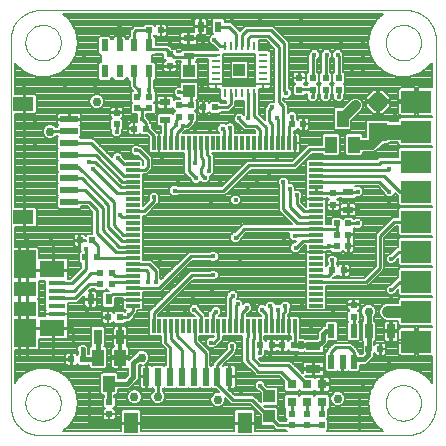
<source format=gtl>
G75*
G70*
%OFA0B0*%
%FSLAX24Y24*%
%IPPOS*%
%LPD*%
%AMOC8*
5,1,8,0,0,1.08239X$1,22.5*
%
%ADD10C,0.0000*%
%ADD11R,0.0236X0.0433*%
%ADD12R,0.0197X0.0236*%
%ADD13R,0.0315X0.0114*%
%ADD14R,0.0114X0.0315*%
%ADD15R,0.0394X0.0394*%
%ADD16R,0.0236X0.0354*%
%ADD17R,0.0354X0.0236*%
%ADD18R,0.0236X0.0197*%
%ADD19R,0.0220X0.0500*%
%ADD20R,0.0394X0.0551*%
%ADD21R,0.0610X0.0236*%
%ADD22R,0.0709X0.0472*%
%ADD23R,0.1000X0.0750*%
%ADD24R,0.0276X0.0512*%
%ADD25R,0.0512X0.0276*%
%ADD26R,0.0543X0.0177*%
%ADD27R,0.0827X0.0581*%
%ADD28R,0.0748X0.0935*%
%ADD29R,0.0748X0.0463*%
%ADD30R,0.0236X0.0610*%
%ADD31R,0.0472X0.0709*%
%ADD32R,0.0394X0.0433*%
%ADD33R,0.0315X0.0315*%
%ADD34R,0.0472X0.0118*%
%ADD35R,0.0118X0.0472*%
%ADD36R,0.0600X0.0600*%
%ADD37OC8,0.0600*%
%ADD38C,0.0079*%
%ADD39C,0.0159*%
%ADD40C,0.0100*%
%ADD41C,0.0160*%
%ADD42C,0.0295*%
%ADD43C,0.0320*%
%ADD44C,0.0240*%
%ADD45C,0.0400*%
%ADD46C,0.0500*%
D10*
X011483Y005999D02*
X011483Y018203D01*
X011485Y018265D01*
X011491Y018326D01*
X011500Y018387D01*
X011514Y018448D01*
X011531Y018507D01*
X011552Y018565D01*
X011577Y018622D01*
X011605Y018677D01*
X011636Y018730D01*
X011671Y018781D01*
X011709Y018830D01*
X011750Y018877D01*
X011793Y018920D01*
X011840Y018961D01*
X011889Y018999D01*
X011940Y019034D01*
X011993Y019065D01*
X012048Y019093D01*
X012105Y019118D01*
X012163Y019139D01*
X012222Y019156D01*
X012283Y019170D01*
X012344Y019179D01*
X012405Y019185D01*
X012467Y019187D01*
X012467Y019188D02*
X024672Y019188D01*
X024672Y019187D02*
X024734Y019185D01*
X024795Y019179D01*
X024856Y019170D01*
X024917Y019156D01*
X024976Y019139D01*
X025034Y019118D01*
X025091Y019093D01*
X025146Y019065D01*
X025199Y019034D01*
X025250Y018999D01*
X025299Y018961D01*
X025346Y018920D01*
X025389Y018877D01*
X025430Y018830D01*
X025468Y018781D01*
X025503Y018730D01*
X025534Y018677D01*
X025562Y018622D01*
X025587Y018565D01*
X025608Y018507D01*
X025625Y018448D01*
X025639Y018387D01*
X025648Y018326D01*
X025654Y018265D01*
X025656Y018203D01*
X025656Y005999D01*
X025654Y005937D01*
X025648Y005876D01*
X025639Y005815D01*
X025625Y005754D01*
X025608Y005695D01*
X025587Y005637D01*
X025562Y005580D01*
X025534Y005525D01*
X025503Y005472D01*
X025468Y005421D01*
X025430Y005372D01*
X025389Y005325D01*
X025346Y005282D01*
X025299Y005241D01*
X025250Y005203D01*
X025199Y005168D01*
X025146Y005137D01*
X025091Y005109D01*
X025034Y005084D01*
X024976Y005063D01*
X024917Y005046D01*
X024856Y005032D01*
X024795Y005023D01*
X024734Y005017D01*
X024672Y005015D01*
X024672Y005014D02*
X012467Y005014D01*
X012467Y005015D02*
X012405Y005017D01*
X012344Y005023D01*
X012283Y005032D01*
X012222Y005046D01*
X012163Y005063D01*
X012105Y005084D01*
X012048Y005109D01*
X011993Y005137D01*
X011940Y005168D01*
X011889Y005203D01*
X011840Y005241D01*
X011793Y005282D01*
X011750Y005325D01*
X011709Y005372D01*
X011671Y005421D01*
X011636Y005472D01*
X011605Y005525D01*
X011577Y005580D01*
X011552Y005637D01*
X011531Y005695D01*
X011514Y005754D01*
X011500Y005815D01*
X011491Y005876D01*
X011485Y005937D01*
X011483Y005999D01*
X011975Y006097D02*
X011977Y006145D01*
X011983Y006193D01*
X011993Y006240D01*
X012006Y006286D01*
X012024Y006331D01*
X012044Y006375D01*
X012069Y006417D01*
X012097Y006456D01*
X012127Y006493D01*
X012161Y006527D01*
X012198Y006559D01*
X012236Y006588D01*
X012277Y006613D01*
X012320Y006635D01*
X012365Y006653D01*
X012411Y006667D01*
X012458Y006678D01*
X012506Y006685D01*
X012554Y006688D01*
X012602Y006687D01*
X012650Y006682D01*
X012698Y006673D01*
X012744Y006661D01*
X012789Y006644D01*
X012833Y006624D01*
X012875Y006601D01*
X012915Y006574D01*
X012953Y006544D01*
X012988Y006511D01*
X013020Y006475D01*
X013050Y006437D01*
X013076Y006396D01*
X013098Y006353D01*
X013118Y006309D01*
X013133Y006264D01*
X013145Y006217D01*
X013153Y006169D01*
X013157Y006121D01*
X013157Y006073D01*
X013153Y006025D01*
X013145Y005977D01*
X013133Y005930D01*
X013118Y005885D01*
X013098Y005841D01*
X013076Y005798D01*
X013050Y005757D01*
X013020Y005719D01*
X012988Y005683D01*
X012953Y005650D01*
X012915Y005620D01*
X012875Y005593D01*
X012833Y005570D01*
X012789Y005550D01*
X012744Y005533D01*
X012698Y005521D01*
X012650Y005512D01*
X012602Y005507D01*
X012554Y005506D01*
X012506Y005509D01*
X012458Y005516D01*
X012411Y005527D01*
X012365Y005541D01*
X012320Y005559D01*
X012277Y005581D01*
X012236Y005606D01*
X012198Y005635D01*
X012161Y005667D01*
X012127Y005701D01*
X012097Y005738D01*
X012069Y005777D01*
X012044Y005819D01*
X012024Y005863D01*
X012006Y005908D01*
X011993Y005954D01*
X011983Y006001D01*
X011977Y006049D01*
X011975Y006097D01*
X023983Y006097D02*
X023985Y006145D01*
X023991Y006193D01*
X024001Y006240D01*
X024014Y006286D01*
X024032Y006331D01*
X024052Y006375D01*
X024077Y006417D01*
X024105Y006456D01*
X024135Y006493D01*
X024169Y006527D01*
X024206Y006559D01*
X024244Y006588D01*
X024285Y006613D01*
X024328Y006635D01*
X024373Y006653D01*
X024419Y006667D01*
X024466Y006678D01*
X024514Y006685D01*
X024562Y006688D01*
X024610Y006687D01*
X024658Y006682D01*
X024706Y006673D01*
X024752Y006661D01*
X024797Y006644D01*
X024841Y006624D01*
X024883Y006601D01*
X024923Y006574D01*
X024961Y006544D01*
X024996Y006511D01*
X025028Y006475D01*
X025058Y006437D01*
X025084Y006396D01*
X025106Y006353D01*
X025126Y006309D01*
X025141Y006264D01*
X025153Y006217D01*
X025161Y006169D01*
X025165Y006121D01*
X025165Y006073D01*
X025161Y006025D01*
X025153Y005977D01*
X025141Y005930D01*
X025126Y005885D01*
X025106Y005841D01*
X025084Y005798D01*
X025058Y005757D01*
X025028Y005719D01*
X024996Y005683D01*
X024961Y005650D01*
X024923Y005620D01*
X024883Y005593D01*
X024841Y005570D01*
X024797Y005550D01*
X024752Y005533D01*
X024706Y005521D01*
X024658Y005512D01*
X024610Y005507D01*
X024562Y005506D01*
X024514Y005509D01*
X024466Y005516D01*
X024419Y005527D01*
X024373Y005541D01*
X024328Y005559D01*
X024285Y005581D01*
X024244Y005606D01*
X024206Y005635D01*
X024169Y005667D01*
X024135Y005701D01*
X024105Y005738D01*
X024077Y005777D01*
X024052Y005819D01*
X024032Y005863D01*
X024014Y005908D01*
X024001Y005954D01*
X023991Y006001D01*
X023985Y006049D01*
X023983Y006097D01*
X023983Y018105D02*
X023985Y018153D01*
X023991Y018201D01*
X024001Y018248D01*
X024014Y018294D01*
X024032Y018339D01*
X024052Y018383D01*
X024077Y018425D01*
X024105Y018464D01*
X024135Y018501D01*
X024169Y018535D01*
X024206Y018567D01*
X024244Y018596D01*
X024285Y018621D01*
X024328Y018643D01*
X024373Y018661D01*
X024419Y018675D01*
X024466Y018686D01*
X024514Y018693D01*
X024562Y018696D01*
X024610Y018695D01*
X024658Y018690D01*
X024706Y018681D01*
X024752Y018669D01*
X024797Y018652D01*
X024841Y018632D01*
X024883Y018609D01*
X024923Y018582D01*
X024961Y018552D01*
X024996Y018519D01*
X025028Y018483D01*
X025058Y018445D01*
X025084Y018404D01*
X025106Y018361D01*
X025126Y018317D01*
X025141Y018272D01*
X025153Y018225D01*
X025161Y018177D01*
X025165Y018129D01*
X025165Y018081D01*
X025161Y018033D01*
X025153Y017985D01*
X025141Y017938D01*
X025126Y017893D01*
X025106Y017849D01*
X025084Y017806D01*
X025058Y017765D01*
X025028Y017727D01*
X024996Y017691D01*
X024961Y017658D01*
X024923Y017628D01*
X024883Y017601D01*
X024841Y017578D01*
X024797Y017558D01*
X024752Y017541D01*
X024706Y017529D01*
X024658Y017520D01*
X024610Y017515D01*
X024562Y017514D01*
X024514Y017517D01*
X024466Y017524D01*
X024419Y017535D01*
X024373Y017549D01*
X024328Y017567D01*
X024285Y017589D01*
X024244Y017614D01*
X024206Y017643D01*
X024169Y017675D01*
X024135Y017709D01*
X024105Y017746D01*
X024077Y017785D01*
X024052Y017827D01*
X024032Y017871D01*
X024014Y017916D01*
X024001Y017962D01*
X023991Y018009D01*
X023985Y018057D01*
X023983Y018105D01*
X011975Y018105D02*
X011977Y018153D01*
X011983Y018201D01*
X011993Y018248D01*
X012006Y018294D01*
X012024Y018339D01*
X012044Y018383D01*
X012069Y018425D01*
X012097Y018464D01*
X012127Y018501D01*
X012161Y018535D01*
X012198Y018567D01*
X012236Y018596D01*
X012277Y018621D01*
X012320Y018643D01*
X012365Y018661D01*
X012411Y018675D01*
X012458Y018686D01*
X012506Y018693D01*
X012554Y018696D01*
X012602Y018695D01*
X012650Y018690D01*
X012698Y018681D01*
X012744Y018669D01*
X012789Y018652D01*
X012833Y018632D01*
X012875Y018609D01*
X012915Y018582D01*
X012953Y018552D01*
X012988Y018519D01*
X013020Y018483D01*
X013050Y018445D01*
X013076Y018404D01*
X013098Y018361D01*
X013118Y018317D01*
X013133Y018272D01*
X013145Y018225D01*
X013153Y018177D01*
X013157Y018129D01*
X013157Y018081D01*
X013153Y018033D01*
X013145Y017985D01*
X013133Y017938D01*
X013118Y017893D01*
X013098Y017849D01*
X013076Y017806D01*
X013050Y017765D01*
X013020Y017727D01*
X012988Y017691D01*
X012953Y017658D01*
X012915Y017628D01*
X012875Y017601D01*
X012833Y017578D01*
X012789Y017558D01*
X012744Y017541D01*
X012698Y017529D01*
X012650Y017520D01*
X012602Y017515D01*
X012554Y017514D01*
X012506Y017517D01*
X012458Y017524D01*
X012411Y017535D01*
X012365Y017549D01*
X012320Y017567D01*
X012277Y017589D01*
X012236Y017614D01*
X012198Y017643D01*
X012161Y017675D01*
X012127Y017709D01*
X012097Y017746D01*
X012069Y017785D01*
X012044Y017827D01*
X012024Y017871D01*
X012006Y017916D01*
X011993Y017962D01*
X011983Y018009D01*
X011977Y018057D01*
X011975Y018105D01*
D11*
X014620Y018010D03*
X015112Y018010D03*
X015604Y018010D03*
X016096Y018010D03*
X016096Y017144D03*
X015604Y017144D03*
X015112Y017144D03*
X014620Y017144D03*
D12*
X016099Y018514D03*
X016492Y018514D03*
X017911Y015952D03*
X018305Y015952D03*
X015992Y015233D03*
X015599Y015233D03*
X020849Y015389D03*
X021242Y015389D03*
X022349Y012077D03*
X022742Y012077D03*
X022742Y011702D03*
X022742Y011327D03*
X022349Y011327D03*
X022349Y011702D03*
X022193Y010514D03*
X022586Y010514D03*
X020930Y008014D03*
X020536Y008014D03*
X020180Y008014D03*
X019786Y008014D03*
X023411Y007889D03*
X023805Y007889D03*
X015117Y008952D03*
X014724Y008952D03*
X014867Y010046D03*
X014867Y010421D03*
X014474Y010421D03*
X014474Y010046D03*
X014367Y010952D03*
X013974Y010952D03*
X013786Y011514D03*
X014180Y011514D03*
X013899Y007546D03*
X013505Y007546D03*
D13*
X018321Y016710D03*
X018321Y016907D03*
X018321Y017103D03*
X018321Y017300D03*
X018321Y017497D03*
X018321Y017694D03*
X019896Y017694D03*
X019896Y017497D03*
X019896Y017300D03*
X019896Y017103D03*
X019896Y016907D03*
X019896Y016710D03*
D14*
X019600Y016414D03*
X019403Y016414D03*
X019207Y016414D03*
X019010Y016414D03*
X018813Y016414D03*
X018616Y016414D03*
X018616Y017989D03*
X018813Y017989D03*
X019010Y017989D03*
X019207Y017989D03*
X019403Y017989D03*
X019600Y017989D03*
D15*
X019108Y017202D03*
D16*
X018403Y018639D03*
X017813Y018639D03*
X014747Y009546D03*
X014157Y009546D03*
D17*
X022733Y012532D03*
X022733Y013122D03*
X016639Y015532D03*
X016639Y016122D03*
X017421Y017657D03*
X017421Y018247D03*
D18*
X016796Y017711D03*
X016796Y017318D03*
X016108Y016305D03*
X015702Y016305D03*
X015702Y015911D03*
X016108Y015911D03*
X017108Y016024D03*
X017483Y016024D03*
X017483Y015630D03*
X017108Y015630D03*
X015014Y015774D03*
X015014Y015380D03*
X021108Y016536D03*
X021108Y016930D03*
X021546Y016930D03*
X021983Y016930D03*
X022421Y016930D03*
X022421Y016536D03*
X021983Y016536D03*
X021546Y016536D03*
X022233Y013086D03*
X022233Y012693D03*
X022921Y009367D03*
X022921Y008974D03*
X021858Y005742D03*
X021858Y005349D03*
X021358Y005349D03*
X021358Y005742D03*
X020858Y005742D03*
X020858Y005349D03*
X014764Y005724D03*
X014764Y006117D03*
D19*
X022176Y007473D03*
X022546Y007473D03*
X022916Y007473D03*
X022916Y008493D03*
X022176Y008493D03*
D20*
X015138Y007604D03*
X014390Y007604D03*
X014764Y006738D03*
X022172Y014706D03*
X022920Y014706D03*
X022546Y015572D03*
D21*
X013436Y015549D03*
X013436Y015155D03*
X013436Y014761D03*
X013436Y014367D03*
X013436Y013974D03*
X013436Y013580D03*
X013436Y013186D03*
X013436Y012793D03*
D22*
X011910Y012281D03*
X011910Y016060D03*
D23*
X025008Y016139D03*
X025008Y015139D03*
X025008Y014139D03*
X025008Y013139D03*
X025008Y012139D03*
X025008Y011139D03*
X025008Y010139D03*
X025008Y009139D03*
X025008Y008139D03*
D24*
X024170Y008483D03*
X023422Y008483D03*
X015138Y008296D03*
X014390Y008296D03*
D25*
X021577Y007982D03*
X021577Y007234D03*
D26*
X013014Y009065D03*
X013014Y009321D03*
X013014Y009577D03*
X013014Y009833D03*
X013014Y010089D03*
D27*
X012873Y010546D03*
X012873Y008607D03*
D28*
X011967Y008430D03*
X011967Y010724D03*
D29*
X011967Y009900D03*
X011967Y009242D03*
D30*
X016011Y006967D03*
X016405Y006967D03*
X016799Y006967D03*
X017193Y006967D03*
X017586Y006967D03*
X017980Y006967D03*
X018374Y006967D03*
X018767Y006967D03*
D31*
X019279Y005441D03*
X015500Y005441D03*
D32*
X020108Y005648D03*
X020108Y006318D03*
X017421Y016492D03*
X017421Y017162D03*
D33*
X020858Y006716D03*
X021358Y006716D03*
X021858Y006716D03*
X021858Y006125D03*
X021358Y006125D03*
X020858Y006125D03*
D34*
X021659Y009340D03*
X021659Y009537D03*
X021659Y009733D03*
X021659Y009930D03*
X021659Y010127D03*
X021659Y010324D03*
X021659Y010521D03*
X021659Y010718D03*
X021659Y010914D03*
X021659Y011111D03*
X021659Y011308D03*
X021659Y011505D03*
X021659Y011702D03*
X021659Y011899D03*
X021659Y012096D03*
X021659Y012292D03*
X021659Y012489D03*
X021659Y012686D03*
X021659Y012883D03*
X021659Y013080D03*
X021659Y013277D03*
X021659Y013474D03*
X021659Y013670D03*
X021659Y013867D03*
X021659Y014064D03*
X015557Y014064D03*
X015557Y013867D03*
X015557Y013670D03*
X015557Y013474D03*
X015557Y013277D03*
X015557Y013080D03*
X015557Y012883D03*
X015557Y012686D03*
X015557Y012489D03*
X015557Y012292D03*
X015557Y012096D03*
X015557Y011899D03*
X015557Y011702D03*
X015557Y011505D03*
X015557Y011308D03*
X015557Y011111D03*
X015557Y010914D03*
X015557Y010718D03*
X015557Y010521D03*
X015557Y010324D03*
X015557Y010127D03*
X015557Y009930D03*
X015557Y009733D03*
X015557Y009537D03*
X015557Y009340D03*
D35*
X016246Y008651D03*
X016443Y008651D03*
X016640Y008651D03*
X016836Y008651D03*
X017033Y008651D03*
X017230Y008651D03*
X017427Y008651D03*
X017624Y008651D03*
X017821Y008651D03*
X018018Y008651D03*
X018214Y008651D03*
X018411Y008651D03*
X018608Y008651D03*
X018805Y008651D03*
X019002Y008651D03*
X019199Y008651D03*
X019396Y008651D03*
X019592Y008651D03*
X019789Y008651D03*
X019986Y008651D03*
X020183Y008651D03*
X020380Y008651D03*
X020577Y008651D03*
X020773Y008651D03*
X020970Y008651D03*
X020970Y014753D03*
X020773Y014753D03*
X020577Y014753D03*
X020380Y014753D03*
X020183Y014753D03*
X019986Y014753D03*
X019789Y014753D03*
X019592Y014753D03*
X019396Y014753D03*
X019199Y014753D03*
X019002Y014753D03*
X018805Y014753D03*
X018608Y014753D03*
X018411Y014753D03*
X018214Y014753D03*
X018018Y014753D03*
X017821Y014753D03*
X017624Y014753D03*
X017427Y014753D03*
X017230Y014753D03*
X017033Y014753D03*
X016836Y014753D03*
X016640Y014753D03*
X016443Y014753D03*
X016246Y014753D03*
D36*
X023733Y015139D03*
D37*
X023733Y016139D03*
D38*
X023694Y016137D02*
X023213Y016137D01*
X023203Y016161D02*
X023130Y016234D01*
X023035Y016274D01*
X022932Y016274D01*
X022836Y016234D01*
X022549Y015947D01*
X022308Y015947D01*
X022249Y015889D01*
X022249Y015256D01*
X022308Y015197D01*
X022784Y015197D01*
X022842Y015256D01*
X022842Y015506D01*
X023203Y015867D01*
X023242Y015963D01*
X023242Y016066D01*
X023203Y016161D01*
X023150Y016214D02*
X023334Y016214D01*
X023334Y016179D02*
X023334Y016305D01*
X023568Y016539D01*
X023694Y016539D01*
X023694Y016179D01*
X023772Y016179D01*
X023772Y016539D01*
X023899Y016539D01*
X024132Y016305D01*
X024132Y016179D01*
X023772Y016179D01*
X023772Y016100D01*
X023772Y015740D01*
X023899Y015740D01*
X024132Y015974D01*
X024132Y016100D01*
X023772Y016100D01*
X023694Y016100D01*
X023694Y015740D01*
X023568Y015740D01*
X023334Y015974D01*
X023334Y016100D01*
X023694Y016100D01*
X023694Y016179D01*
X023334Y016179D01*
X023334Y016291D02*
X022599Y016291D01*
X022599Y016358D02*
X022638Y016397D01*
X022638Y016676D01*
X022581Y016733D01*
X022638Y016790D01*
X022638Y017070D01*
X022580Y017128D01*
X022570Y017128D01*
X022570Y017732D01*
X022568Y017734D01*
X022568Y017776D01*
X022463Y017881D01*
X022315Y017881D01*
X022211Y017776D01*
X022211Y017628D01*
X022271Y017567D01*
X022271Y017128D01*
X022261Y017128D01*
X022203Y017070D01*
X022203Y016790D01*
X022260Y016733D01*
X022203Y016676D01*
X022203Y016397D01*
X022242Y016358D01*
X022242Y016222D01*
X022347Y016117D01*
X022495Y016117D01*
X022599Y016222D01*
X022599Y016358D01*
X022610Y016369D02*
X023398Y016369D01*
X023475Y016446D02*
X022638Y016446D01*
X022638Y016523D02*
X023552Y016523D01*
X023694Y016523D02*
X023772Y016523D01*
X023772Y016446D02*
X023694Y016446D01*
X023694Y016369D02*
X023772Y016369D01*
X023772Y016291D02*
X023694Y016291D01*
X023694Y016214D02*
X023772Y016214D01*
X023772Y016137D02*
X024969Y016137D01*
X024969Y016100D02*
X024409Y016100D01*
X024409Y015745D01*
X024424Y015708D01*
X024452Y015680D01*
X024488Y015665D01*
X024969Y015665D01*
X024969Y016100D01*
X025047Y016100D01*
X025047Y015665D01*
X025517Y015665D01*
X025517Y015614D01*
X024467Y015614D01*
X024409Y015556D01*
X024409Y015489D01*
X024124Y015489D01*
X024074Y015539D01*
X023392Y015539D01*
X023334Y015481D01*
X023334Y014966D01*
X023216Y014966D01*
X023216Y015023D01*
X023158Y015081D01*
X022682Y015081D01*
X022623Y015023D01*
X022623Y014390D01*
X022682Y014331D01*
X023158Y014331D01*
X023216Y014390D01*
X023216Y014447D01*
X023570Y014447D01*
X023666Y014486D01*
X023880Y014701D01*
X023919Y014740D01*
X024074Y014740D01*
X024124Y014790D01*
X024409Y014790D01*
X024409Y014723D01*
X024467Y014665D01*
X025517Y014665D01*
X025517Y014614D01*
X024467Y014614D01*
X024409Y014556D01*
X024409Y014289D01*
X023765Y014289D01*
X023690Y014213D01*
X021946Y014213D01*
X021937Y014222D01*
X021382Y014222D01*
X021324Y014164D01*
X021324Y012980D01*
X021329Y012974D01*
X021324Y012962D01*
X021324Y012883D01*
X021659Y012883D01*
X021659Y012883D01*
X021324Y012883D01*
X021324Y012804D01*
X021329Y012792D01*
X021324Y012786D01*
X021324Y012639D01*
X021320Y012639D01*
X021164Y012795D01*
X021164Y012911D01*
X021193Y012940D01*
X021193Y013088D01*
X021088Y013193D01*
X020974Y013193D01*
X020974Y013307D01*
X020870Y013412D01*
X020756Y013412D01*
X020756Y013526D01*
X020651Y013631D01*
X020503Y013631D01*
X020398Y013526D01*
X020398Y013378D01*
X020428Y013348D01*
X020428Y012484D01*
X020515Y012396D01*
X020863Y012048D01*
X019212Y012048D01*
X019124Y011961D01*
X018951Y011787D01*
X018909Y011787D01*
X018804Y011682D01*
X018804Y011534D01*
X018909Y011429D01*
X019057Y011429D01*
X019162Y011534D01*
X019162Y011576D01*
X019336Y011749D01*
X020778Y011749D01*
X020773Y011745D01*
X020773Y011597D01*
X020878Y011492D01*
X020999Y011492D01*
X020951Y011443D01*
X020909Y011443D01*
X020804Y011338D01*
X020804Y011190D01*
X020909Y011086D01*
X021057Y011086D01*
X021162Y011190D01*
X021162Y011232D01*
X021286Y011356D01*
X021324Y011356D01*
X021324Y011208D01*
X021329Y011203D01*
X021324Y011190D01*
X021324Y011111D01*
X021324Y011032D01*
X021329Y011020D01*
X021324Y011015D01*
X021324Y009239D01*
X021382Y009181D01*
X021937Y009181D01*
X021995Y009239D01*
X021995Y009978D01*
X023376Y009978D01*
X023464Y010065D01*
X023857Y010459D01*
X023945Y010546D01*
X023945Y011609D01*
X024326Y011990D01*
X024409Y011990D01*
X024409Y011723D01*
X024467Y011665D01*
X025517Y011665D01*
X025517Y011614D01*
X024467Y011614D01*
X024409Y011556D01*
X024409Y011289D01*
X024359Y011289D01*
X024138Y011068D01*
X024097Y011068D01*
X023992Y010963D01*
X023992Y010815D01*
X024097Y010711D01*
X024245Y010711D01*
X024349Y010815D01*
X024349Y010857D01*
X024409Y010916D01*
X024409Y010723D01*
X024467Y010665D01*
X025517Y010665D01*
X025517Y010614D01*
X024467Y010614D01*
X024409Y010556D01*
X024409Y010289D01*
X024390Y010289D01*
X024138Y010037D01*
X024097Y010037D01*
X023992Y009932D01*
X023992Y009784D01*
X024097Y009679D01*
X024245Y009679D01*
X024349Y009784D01*
X024349Y009826D01*
X024409Y009885D01*
X024409Y009723D01*
X024467Y009665D01*
X025517Y009665D01*
X025517Y009614D01*
X024467Y009614D01*
X024409Y009556D01*
X024409Y009439D01*
X024017Y009439D01*
X023907Y009393D01*
X023823Y009309D01*
X023778Y009199D01*
X023778Y009080D01*
X023823Y008970D01*
X023907Y008886D01*
X024017Y008840D01*
X024409Y008840D01*
X024409Y008723D01*
X024467Y008665D01*
X025517Y008665D01*
X025517Y008614D01*
X025047Y008614D01*
X025047Y008179D01*
X024969Y008179D01*
X024969Y008614D01*
X024488Y008614D01*
X024452Y008599D01*
X024424Y008571D01*
X024409Y008534D01*
X024409Y008179D01*
X024969Y008179D01*
X024969Y008100D01*
X025047Y008100D01*
X025047Y007665D01*
X025517Y007665D01*
X025517Y006772D01*
X025472Y006850D01*
X025160Y007112D01*
X025160Y007112D01*
X024777Y007251D01*
X024370Y007251D01*
X023988Y007112D01*
X023988Y007112D01*
X023676Y006850D01*
X023472Y006498D01*
X023402Y006097D01*
X023472Y005696D01*
X023676Y005344D01*
X023902Y005154D01*
X022020Y005154D01*
X022076Y005209D01*
X022076Y005488D01*
X022018Y005546D01*
X022076Y005603D01*
X022076Y005882D01*
X022073Y005885D01*
X022115Y005927D01*
X022115Y006324D01*
X022057Y006382D01*
X021659Y006382D01*
X021608Y006331D01*
X021557Y006382D01*
X021159Y006382D01*
X021108Y006331D01*
X021057Y006382D01*
X020659Y006382D01*
X020601Y006324D01*
X020601Y005927D01*
X020643Y005885D01*
X020641Y005882D01*
X020641Y005603D01*
X020698Y005546D01*
X020660Y005507D01*
X020460Y005507D01*
X020404Y005563D01*
X020404Y005906D01*
X020346Y005964D01*
X019963Y005964D01*
X019926Y006002D01*
X020346Y006002D01*
X020404Y006060D01*
X020404Y006575D01*
X020346Y006634D01*
X020044Y006634D01*
X019974Y006703D01*
X019974Y006745D01*
X019870Y006849D01*
X019722Y006849D01*
X019617Y006745D01*
X019617Y006597D01*
X019722Y006492D01*
X019763Y006492D01*
X019812Y006443D01*
X019812Y006116D01*
X019576Y006351D01*
X018951Y006351D01*
X018740Y006562D01*
X018748Y006562D01*
X018748Y006947D01*
X018787Y006947D01*
X018787Y006562D01*
X018905Y006562D01*
X018942Y006578D01*
X018970Y006605D01*
X018985Y006642D01*
X018985Y006947D01*
X018787Y006947D01*
X018787Y006987D01*
X018748Y006987D01*
X018748Y007371D01*
X018629Y007371D01*
X018593Y007356D01*
X018570Y007334D01*
X018558Y007347D01*
X018920Y007709D01*
X019007Y007796D01*
X019007Y007880D01*
X019037Y007909D01*
X019037Y008057D01*
X018932Y008162D01*
X018784Y008162D01*
X018679Y008057D01*
X018679Y007909D01*
X018689Y007900D01*
X018224Y007435D01*
X018224Y007371D01*
X018214Y007371D01*
X018177Y007334D01*
X018139Y007371D01*
X018129Y007371D01*
X018129Y007829D01*
X017773Y008185D01*
X017773Y008315D01*
X018260Y008315D01*
X018232Y008287D01*
X018097Y008287D01*
X017992Y008182D01*
X017992Y008034D01*
X018097Y007929D01*
X018245Y007929D01*
X018274Y007959D01*
X018326Y007959D01*
X018414Y008046D01*
X018561Y008193D01*
X018561Y008315D01*
X019209Y008315D01*
X019209Y007452D01*
X019584Y007077D01*
X019671Y006990D01*
X020421Y006990D01*
X020601Y006810D01*
X020601Y006517D01*
X020659Y006459D01*
X021057Y006459D01*
X021108Y006510D01*
X021159Y006459D01*
X021557Y006459D01*
X021612Y006514D01*
X021616Y006502D01*
X021644Y006474D01*
X021681Y006459D01*
X021819Y006459D01*
X021819Y006677D01*
X021897Y006677D01*
X021897Y006755D01*
X021819Y006755D01*
X021819Y006973D01*
X021681Y006973D01*
X021644Y006958D01*
X021616Y006930D01*
X021612Y006918D01*
X021557Y006973D01*
X021330Y006973D01*
X021306Y006997D01*
X021547Y006997D01*
X021547Y007205D01*
X021222Y007205D01*
X021222Y007081D01*
X020882Y007420D01*
X020795Y007507D01*
X019826Y007507D01*
X019748Y007586D01*
X019870Y007586D01*
X019974Y007690D01*
X019974Y007838D01*
X019971Y007842D01*
X019984Y007855D01*
X019984Y007872D01*
X019997Y007840D01*
X020025Y007812D01*
X020062Y007797D01*
X020170Y007797D01*
X020170Y008005D01*
X020190Y008005D01*
X020190Y008024D01*
X020378Y008024D01*
X020526Y008024D01*
X020526Y008005D01*
X020190Y008005D01*
X020190Y007797D01*
X020298Y007797D01*
X020335Y007812D01*
X020358Y007835D01*
X020382Y007812D01*
X020418Y007797D01*
X020526Y007797D01*
X020526Y008005D01*
X020546Y008005D01*
X020546Y007797D01*
X020654Y007797D01*
X020691Y007812D01*
X020719Y007840D01*
X020732Y007872D01*
X020732Y007855D01*
X020790Y007797D01*
X021050Y007797D01*
X021121Y007767D01*
X021220Y007767D01*
X021246Y007778D01*
X021280Y007745D01*
X021874Y007745D01*
X021932Y007803D01*
X021932Y007960D01*
X022074Y008101D01*
X022074Y008144D01*
X022327Y008144D01*
X022385Y008202D01*
X022385Y008784D01*
X022327Y008842D01*
X022024Y008842D01*
X021966Y008784D01*
X021966Y008662D01*
X021909Y008662D01*
X021820Y008574D01*
X021715Y008469D01*
X021715Y008250D01*
X021684Y008219D01*
X021315Y008219D01*
X021311Y008224D01*
X021220Y008261D01*
X021121Y008261D01*
X021120Y008261D01*
X021120Y008364D01*
X021129Y008373D01*
X021129Y008928D01*
X021071Y008986D01*
X020870Y008986D01*
X020865Y008981D01*
X020852Y008986D01*
X020773Y008986D01*
X020726Y008986D01*
X020726Y009015D01*
X020789Y009077D01*
X020789Y009223D01*
X020818Y009253D01*
X020818Y009401D01*
X020713Y009506D01*
X020565Y009506D01*
X020461Y009401D01*
X020461Y009381D01*
X020318Y009381D01*
X020318Y009401D01*
X020213Y009506D01*
X020065Y009506D01*
X019961Y009401D01*
X019961Y009352D01*
X019932Y009381D01*
X019784Y009381D01*
X019679Y009276D01*
X019679Y009128D01*
X019784Y009023D01*
X019826Y009023D01*
X019837Y009012D01*
X019837Y008986D01*
X019348Y008986D01*
X019348Y009043D01*
X019391Y009086D01*
X019432Y009086D01*
X019537Y009190D01*
X019537Y009338D01*
X019432Y009443D01*
X019284Y009443D01*
X019224Y009383D01*
X019224Y009463D01*
X019120Y009568D01*
X019040Y009568D01*
X019068Y009597D01*
X019068Y009745D01*
X018963Y009849D01*
X018815Y009849D01*
X018711Y009745D01*
X018711Y009703D01*
X018656Y009648D01*
X018656Y008986D01*
X018427Y008986D01*
X018506Y009065D01*
X018506Y009213D01*
X018401Y009318D01*
X018253Y009318D01*
X018148Y009213D01*
X018148Y009203D01*
X018146Y009201D01*
X018065Y009120D01*
X018065Y008986D01*
X017970Y008986D01*
X017970Y009051D01*
X017787Y009234D01*
X017787Y009276D01*
X017682Y009381D01*
X017534Y009381D01*
X017429Y009276D01*
X017429Y009128D01*
X017534Y009023D01*
X017576Y009023D01*
X017612Y008986D01*
X016395Y008986D01*
X016395Y009028D01*
X017576Y010209D01*
X018130Y010209D01*
X018159Y010179D01*
X018307Y010179D01*
X018412Y010284D01*
X018412Y010432D01*
X018307Y010537D01*
X018159Y010537D01*
X018130Y010507D01*
X017452Y010507D01*
X016097Y009152D01*
X016097Y008937D01*
X016087Y008928D01*
X016087Y008373D01*
X016146Y008315D01*
X016490Y008315D01*
X016490Y008046D01*
X016649Y007887D01*
X016649Y007371D01*
X016640Y007371D01*
X016602Y007334D01*
X016564Y007371D01*
X016246Y007371D01*
X016208Y007334D01*
X016186Y007356D01*
X016149Y007371D01*
X016031Y007371D01*
X016031Y006987D01*
X015992Y006987D01*
X015992Y007371D01*
X015932Y007371D01*
X015998Y007399D01*
X016068Y007468D01*
X016105Y007559D01*
X016105Y007657D01*
X016068Y007748D01*
X015998Y007818D01*
X015907Y007855D01*
X015809Y007855D01*
X015718Y007818D01*
X015649Y007748D01*
X015647Y007745D01*
X015503Y007600D01*
X015435Y007532D01*
X015435Y007564D01*
X015178Y007564D01*
X015178Y007229D01*
X015355Y007229D01*
X015392Y007244D01*
X015398Y007250D01*
X015398Y007026D01*
X015284Y006912D01*
X015061Y006912D01*
X015061Y007054D01*
X015002Y007113D01*
X014526Y007113D01*
X014468Y007054D01*
X014468Y006421D01*
X014526Y006363D01*
X014585Y006363D01*
X014585Y006295D01*
X014547Y006257D01*
X014547Y005978D01*
X014605Y005920D01*
X014622Y005920D01*
X014590Y005906D01*
X014562Y005878D01*
X014547Y005842D01*
X014547Y005734D01*
X014755Y005734D01*
X014755Y005714D01*
X014774Y005714D01*
X014774Y005526D01*
X014902Y005526D01*
X014939Y005541D01*
X014967Y005569D01*
X014982Y005606D01*
X014982Y005714D01*
X014774Y005714D01*
X014774Y005734D01*
X014982Y005734D01*
X014982Y005842D01*
X014967Y005878D01*
X014939Y005906D01*
X014907Y005920D01*
X014924Y005920D01*
X014982Y005978D01*
X014982Y006257D01*
X014944Y006295D01*
X014944Y006363D01*
X015002Y006363D01*
X015061Y006421D01*
X015061Y006554D01*
X015432Y006554D01*
X015537Y006659D01*
X015756Y006878D01*
X015756Y007346D01*
X015782Y007372D01*
X015809Y007361D01*
X015849Y007361D01*
X015837Y007356D01*
X015809Y007328D01*
X015794Y007292D01*
X015794Y006987D01*
X015992Y006987D01*
X015992Y006947D01*
X016031Y006947D01*
X016031Y006562D01*
X016149Y006562D01*
X016186Y006578D01*
X016208Y006600D01*
X016246Y006562D01*
X016256Y006562D01*
X016256Y006508D01*
X016249Y006505D01*
X016180Y006436D01*
X016142Y006345D01*
X016142Y006246D01*
X016180Y006156D01*
X016249Y006086D01*
X016340Y006049D01*
X016439Y006049D01*
X016529Y006086D01*
X016599Y006156D01*
X016636Y006246D01*
X016636Y006345D01*
X016599Y006436D01*
X016554Y006480D01*
X016554Y006562D01*
X016564Y006562D01*
X016602Y006600D01*
X016640Y006562D01*
X016958Y006562D01*
X016996Y006600D01*
X017033Y006562D01*
X017352Y006562D01*
X017389Y006600D01*
X017427Y006562D01*
X017745Y006562D01*
X017783Y006600D01*
X017821Y006562D01*
X018139Y006562D01*
X018177Y006600D01*
X018214Y006562D01*
X018318Y006562D01*
X018431Y006449D01*
X018340Y006449D01*
X018249Y006411D01*
X018180Y006342D01*
X018142Y006251D01*
X018142Y006153D01*
X018180Y006062D01*
X018249Y005992D01*
X018340Y005955D01*
X018439Y005955D01*
X018529Y005992D01*
X018599Y006062D01*
X018636Y006153D01*
X018636Y006244D01*
X018827Y006053D01*
X019452Y006053D01*
X019812Y005693D01*
X019812Y005391D01*
X019870Y005333D01*
X020213Y005333D01*
X020337Y005209D01*
X020641Y005209D01*
X020696Y005154D01*
X019615Y005154D01*
X019615Y005837D01*
X019557Y005895D01*
X019002Y005895D01*
X018944Y005837D01*
X018944Y005154D01*
X015835Y005154D01*
X015835Y005837D01*
X015777Y005895D01*
X015222Y005895D01*
X015164Y005837D01*
X015164Y005154D01*
X013237Y005154D01*
X013464Y005344D01*
X013667Y005696D01*
X013667Y005696D01*
X013738Y006097D01*
X013667Y006498D01*
X013464Y006850D01*
X013464Y006850D01*
X013464Y006850D01*
X013152Y007112D01*
X013152Y007112D01*
X012769Y007251D01*
X012362Y007251D01*
X011980Y007112D01*
X011980Y007112D01*
X011668Y006850D01*
X011622Y006772D01*
X011622Y007863D01*
X012382Y007863D01*
X012441Y007922D01*
X012441Y008218D01*
X013327Y008218D01*
X013385Y008276D01*
X013385Y008939D01*
X013380Y008944D01*
X013385Y008957D01*
X013385Y009060D01*
X013019Y009060D01*
X013019Y009070D01*
X013385Y009070D01*
X013385Y009173D01*
X013380Y009186D01*
X013385Y009191D01*
X013385Y009428D01*
X013701Y009428D01*
X013939Y009665D01*
X013939Y009565D01*
X014137Y009565D01*
X014137Y009526D01*
X014176Y009526D01*
X014176Y009269D01*
X014294Y009269D01*
X014331Y009284D01*
X014359Y009312D01*
X014374Y009349D01*
X014374Y009526D01*
X014176Y009526D01*
X014176Y009565D01*
X014137Y009565D01*
X014137Y009822D01*
X014096Y009822D01*
X014170Y009896D01*
X014276Y009896D01*
X014276Y009886D01*
X014334Y009828D01*
X014613Y009828D01*
X014671Y009885D01*
X014728Y009828D01*
X014773Y009828D01*
X014767Y009822D01*
X014588Y009822D01*
X014530Y009764D01*
X014530Y009327D01*
X014588Y009269D01*
X014906Y009269D01*
X014965Y009327D01*
X014965Y009584D01*
X015221Y009584D01*
X015221Y009537D01*
X015557Y009537D01*
X015893Y009537D01*
X015893Y009615D01*
X015887Y009628D01*
X015893Y009633D01*
X015893Y009781D01*
X016492Y009781D01*
X017545Y010834D01*
X018130Y010834D01*
X018159Y010804D01*
X018307Y010804D01*
X018412Y010909D01*
X018412Y011057D01*
X018307Y011162D01*
X018159Y011162D01*
X018130Y011132D01*
X017421Y011132D01*
X016504Y010215D01*
X016476Y010243D01*
X016476Y010545D01*
X016389Y010632D01*
X016154Y010867D01*
X015893Y010867D01*
X015893Y012340D01*
X015989Y012340D01*
X016326Y012678D01*
X016414Y012765D01*
X016414Y012848D01*
X016443Y012878D01*
X016443Y013026D01*
X016338Y013131D01*
X016190Y013131D01*
X016086Y013026D01*
X016086Y012878D01*
X016095Y012869D01*
X015893Y012666D01*
X015893Y013718D01*
X016023Y013718D01*
X016110Y013805D01*
X016195Y013890D01*
X016195Y014295D01*
X015914Y014576D01*
X015826Y014664D01*
X015774Y014664D01*
X015745Y014693D01*
X015597Y014693D01*
X015492Y014588D01*
X015492Y014440D01*
X015597Y014336D01*
X015732Y014336D01*
X015896Y014171D01*
X015896Y014017D01*
X015893Y014017D01*
X015893Y014164D01*
X015834Y014222D01*
X015299Y014222D01*
X015224Y014297D01*
X015224Y014338D01*
X015120Y014443D01*
X014972Y014443D01*
X014867Y014338D01*
X014867Y014279D01*
X014323Y014823D01*
X014236Y014911D01*
X013840Y014911D01*
X013840Y014920D01*
X013803Y014958D01*
X013840Y014996D01*
X013840Y015314D01*
X013803Y015352D01*
X013825Y015374D01*
X013840Y015411D01*
X013840Y015529D01*
X013455Y015529D01*
X013455Y015568D01*
X013416Y015568D01*
X013416Y015529D01*
X013031Y015529D01*
X013031Y015411D01*
X013046Y015374D01*
X013069Y015352D01*
X013031Y015314D01*
X013031Y015304D01*
X012980Y015304D01*
X012936Y015349D01*
X012845Y015386D01*
X012746Y015386D01*
X012656Y015349D01*
X012586Y015279D01*
X012549Y015189D01*
X012549Y015090D01*
X012586Y014999D01*
X012656Y014930D01*
X012746Y014892D01*
X012845Y014892D01*
X012936Y014930D01*
X013005Y014999D01*
X013008Y015006D01*
X013031Y015006D01*
X013031Y014996D01*
X013069Y014958D01*
X013031Y014920D01*
X013031Y014602D01*
X013069Y014564D01*
X013031Y014527D01*
X013031Y014208D01*
X013069Y014171D01*
X013031Y014133D01*
X013031Y013814D01*
X013069Y013777D01*
X013031Y013739D01*
X013031Y013421D01*
X013069Y013383D01*
X013031Y013346D01*
X013031Y013027D01*
X013069Y012990D01*
X013031Y012952D01*
X013031Y012633D01*
X013089Y012575D01*
X013782Y012575D01*
X013840Y012633D01*
X013840Y012643D01*
X014018Y012643D01*
X014209Y012452D01*
X014209Y011732D01*
X014040Y011732D01*
X013982Y011674D01*
X013982Y011657D01*
X013982Y011657D01*
X013969Y011689D01*
X013941Y011717D01*
X013904Y011732D01*
X013796Y011732D01*
X013796Y011524D01*
X013982Y011524D01*
X013982Y011505D01*
X013796Y011505D01*
X013796Y011524D01*
X013776Y011524D01*
X013776Y011505D01*
X013588Y011505D01*
X013588Y011376D01*
X013604Y011340D01*
X013632Y011312D01*
X013668Y011297D01*
X013776Y011297D01*
X013776Y011505D01*
X013796Y011505D01*
X013796Y011297D01*
X013804Y011297D01*
X013804Y011159D01*
X013814Y011149D01*
X013776Y011111D01*
X013776Y010793D01*
X013834Y010735D01*
X013834Y010607D01*
X013464Y010238D01*
X013385Y010238D01*
X013385Y010878D01*
X013327Y010936D01*
X012441Y010936D01*
X012441Y011232D01*
X012382Y011290D01*
X011622Y011290D01*
X011622Y011945D01*
X012306Y011945D01*
X012364Y012003D01*
X012364Y012558D01*
X012306Y012616D01*
X011622Y012616D01*
X011622Y015725D01*
X012306Y015725D01*
X012364Y015783D01*
X012364Y016338D01*
X012306Y016396D01*
X011622Y016396D01*
X011622Y017430D01*
X011668Y017352D01*
X011668Y017352D01*
X011980Y017090D01*
X012362Y016951D01*
X012769Y016951D01*
X013152Y017090D01*
X013464Y017352D01*
X013667Y017704D01*
X013667Y017704D01*
X013738Y018105D01*
X013738Y018105D01*
X013667Y018506D01*
X013464Y018858D01*
X013237Y019048D01*
X023902Y019048D01*
X023676Y018858D01*
X023472Y018506D01*
X023402Y018105D01*
X023472Y017704D01*
X023676Y017352D01*
X023676Y017352D01*
X023988Y017090D01*
X024370Y016951D01*
X024777Y016951D01*
X025160Y017090D01*
X025472Y017352D01*
X025517Y017430D01*
X025517Y016614D01*
X025047Y016614D01*
X025047Y016179D01*
X024969Y016179D01*
X024969Y016614D01*
X024488Y016614D01*
X024452Y016599D01*
X024424Y016571D01*
X024409Y016534D01*
X024409Y016179D01*
X024969Y016179D01*
X024969Y016100D01*
X024969Y016060D02*
X025047Y016060D01*
X025047Y015983D02*
X024969Y015983D01*
X024969Y015905D02*
X025047Y015905D01*
X025047Y015828D02*
X024969Y015828D01*
X024969Y015751D02*
X025047Y015751D01*
X025047Y015674D02*
X024969Y015674D01*
X024468Y015674D02*
X023009Y015674D01*
X023086Y015751D02*
X023557Y015751D01*
X023480Y015828D02*
X023164Y015828D01*
X023219Y015905D02*
X023402Y015905D01*
X023334Y015983D02*
X023242Y015983D01*
X023242Y016060D02*
X023334Y016060D01*
X023694Y016060D02*
X023772Y016060D01*
X023772Y015983D02*
X023694Y015983D01*
X023694Y015905D02*
X023772Y015905D01*
X023772Y015828D02*
X023694Y015828D01*
X023694Y015751D02*
X023772Y015751D01*
X023909Y015751D02*
X024409Y015751D01*
X024409Y015828D02*
X023987Y015828D01*
X024064Y015905D02*
X024409Y015905D01*
X024409Y015983D02*
X024132Y015983D01*
X024132Y016060D02*
X024409Y016060D01*
X024409Y016214D02*
X024132Y016214D01*
X024132Y016291D02*
X024409Y016291D01*
X024409Y016369D02*
X024069Y016369D01*
X023991Y016446D02*
X024409Y016446D01*
X024409Y016523D02*
X023914Y016523D01*
X024456Y016600D02*
X022638Y016600D01*
X022636Y016678D02*
X025517Y016678D01*
X025517Y016755D02*
X022603Y016755D01*
X022638Y016832D02*
X025517Y016832D01*
X025517Y016909D02*
X022638Y016909D01*
X022638Y016987D02*
X024271Y016987D01*
X024059Y017064D02*
X022638Y017064D01*
X022570Y017141D02*
X023927Y017141D01*
X023988Y017090D02*
X023988Y017090D01*
X023835Y017218D02*
X022570Y017218D01*
X022570Y017296D02*
X023743Y017296D01*
X023676Y017352D02*
X023676Y017352D01*
X023664Y017373D02*
X022570Y017373D01*
X022570Y017450D02*
X023619Y017450D01*
X023574Y017527D02*
X022570Y017527D01*
X022570Y017605D02*
X023530Y017605D01*
X023485Y017682D02*
X022570Y017682D01*
X022568Y017759D02*
X023463Y017759D01*
X023472Y017704D02*
X023472Y017704D01*
X023449Y017836D02*
X022508Y017836D01*
X022271Y017836D02*
X022133Y017836D01*
X022088Y017881D02*
X021940Y017881D01*
X021836Y017776D01*
X021836Y017734D01*
X021834Y017732D01*
X021834Y017128D01*
X021824Y017128D01*
X021766Y017070D01*
X021766Y016790D01*
X021823Y016733D01*
X021766Y016676D01*
X021766Y016397D01*
X021804Y016358D01*
X021804Y016222D01*
X021909Y016117D01*
X022057Y016117D01*
X022162Y016222D01*
X022162Y016358D01*
X022201Y016397D01*
X022201Y016676D01*
X022143Y016733D01*
X022201Y016790D01*
X022201Y017070D01*
X022142Y017128D01*
X022132Y017128D01*
X022132Y017567D01*
X022193Y017628D01*
X022193Y017776D01*
X022088Y017881D01*
X022193Y017759D02*
X022211Y017759D01*
X022211Y017682D02*
X022193Y017682D01*
X022170Y017605D02*
X022234Y017605D01*
X022271Y017527D02*
X022132Y017527D01*
X022132Y017450D02*
X022271Y017450D01*
X022271Y017373D02*
X022132Y017373D01*
X022132Y017296D02*
X022271Y017296D01*
X022271Y017218D02*
X022132Y017218D01*
X022132Y017141D02*
X022271Y017141D01*
X022203Y017064D02*
X022201Y017064D01*
X022201Y016987D02*
X022203Y016987D01*
X022201Y016909D02*
X022203Y016909D01*
X022201Y016832D02*
X022203Y016832D01*
X022165Y016755D02*
X022239Y016755D01*
X022205Y016678D02*
X022199Y016678D01*
X022201Y016600D02*
X022203Y016600D01*
X022201Y016523D02*
X022203Y016523D01*
X022201Y016446D02*
X022203Y016446D01*
X022231Y016369D02*
X022173Y016369D01*
X022162Y016291D02*
X022242Y016291D01*
X022249Y016214D02*
X022155Y016214D01*
X022077Y016137D02*
X022326Y016137D01*
X022515Y016137D02*
X022739Y016137D01*
X022816Y016214D02*
X022592Y016214D01*
X022662Y016060D02*
X020711Y016060D01*
X020726Y016045D02*
X020570Y016201D01*
X020570Y016268D01*
X020597Y016242D01*
X020745Y016242D01*
X020849Y016347D01*
X020849Y016495D01*
X020757Y016587D01*
X020757Y018139D01*
X020320Y018576D01*
X020232Y018664D01*
X019296Y018664D01*
X019209Y018576D01*
X019131Y018498D01*
X018928Y018701D01*
X018840Y018789D01*
X018621Y018789D01*
X018621Y018858D01*
X018563Y018916D01*
X018244Y018916D01*
X018186Y018858D01*
X018186Y018421D01*
X018226Y018381D01*
X018190Y018381D01*
X018086Y018276D01*
X018086Y018128D01*
X018190Y018023D01*
X018232Y018023D01*
X018405Y017850D01*
X018122Y017850D01*
X018115Y017843D01*
X017670Y017843D01*
X017639Y017874D01*
X017202Y017874D01*
X017144Y017816D01*
X017144Y017789D01*
X017013Y017789D01*
X017013Y017851D01*
X016955Y017909D01*
X016862Y017909D01*
X016820Y017951D01*
X016732Y018039D01*
X016314Y018039D01*
X016314Y018268D01*
X016261Y018320D01*
X016297Y018355D01*
X016297Y018372D01*
X016310Y018340D01*
X016338Y018312D01*
X016374Y018297D01*
X016483Y018297D01*
X016483Y018505D01*
X016502Y018505D01*
X016502Y018524D01*
X016483Y018524D01*
X016483Y018732D01*
X016374Y018732D01*
X016338Y018717D01*
X016310Y018689D01*
X016297Y018657D01*
X016297Y018674D01*
X016238Y018732D01*
X015959Y018732D01*
X015901Y018674D01*
X015901Y018664D01*
X015609Y018664D01*
X015521Y018576D01*
X015455Y018510D01*
X015455Y018326D01*
X015445Y018326D01*
X015387Y018268D01*
X015387Y018241D01*
X015330Y018241D01*
X015330Y018246D01*
X015314Y018283D01*
X015286Y018311D01*
X015250Y018326D01*
X015132Y018326D01*
X015132Y018241D01*
X015092Y018241D01*
X015092Y018326D01*
X014974Y018326D01*
X014938Y018311D01*
X014910Y018283D01*
X014895Y018246D01*
X014895Y018241D01*
X014837Y018241D01*
X014837Y018268D01*
X014779Y018326D01*
X014461Y018326D01*
X014402Y018268D01*
X014402Y017752D01*
X014461Y017694D01*
X014506Y017694D01*
X014506Y017460D01*
X014461Y017460D01*
X014402Y017401D01*
X014402Y016886D01*
X014461Y016828D01*
X014779Y016828D01*
X014837Y016886D01*
X014837Y016913D01*
X014895Y016913D01*
X014895Y016886D01*
X014953Y016828D01*
X015271Y016828D01*
X015330Y016886D01*
X015330Y016913D01*
X015387Y016913D01*
X015387Y016886D01*
X015445Y016828D01*
X015455Y016828D01*
X015455Y016613D01*
X015565Y016503D01*
X015543Y016503D01*
X015484Y016445D01*
X015484Y016165D01*
X015542Y016108D01*
X015484Y016051D01*
X015484Y015772D01*
X015543Y015713D01*
X015709Y015713D01*
X015709Y015649D01*
X015679Y015620D01*
X015679Y015472D01*
X015700Y015451D01*
X015609Y015451D01*
X015609Y015243D01*
X015589Y015243D01*
X015589Y015451D01*
X015481Y015451D01*
X015444Y015435D01*
X015416Y015408D01*
X015401Y015371D01*
X015401Y015243D01*
X015589Y015243D01*
X015589Y015223D01*
X015609Y015223D01*
X015609Y015016D01*
X015717Y015016D01*
X015753Y015031D01*
X015781Y015059D01*
X015795Y015091D01*
X015795Y015074D01*
X015853Y015016D01*
X016021Y015016D01*
X016087Y014949D01*
X016087Y014476D01*
X016146Y014417D01*
X016346Y014417D01*
X016351Y014423D01*
X016364Y014417D01*
X016443Y014417D01*
X016522Y014417D01*
X016534Y014423D01*
X016539Y014417D01*
X017278Y014417D01*
X017278Y013759D01*
X017365Y013671D01*
X017492Y013544D01*
X017492Y013503D01*
X017597Y013398D01*
X017745Y013398D01*
X017827Y013480D01*
X017878Y013429D01*
X018026Y013429D01*
X018131Y013534D01*
X018131Y013648D01*
X018154Y013648D01*
X018259Y013753D01*
X018259Y013901D01*
X018257Y013902D01*
X018257Y014357D01*
X018198Y014417D01*
X020874Y014417D01*
X020879Y014423D01*
X020892Y014417D01*
X020970Y014417D01*
X020970Y014753D01*
X020970Y014753D01*
X020970Y015089D01*
X020923Y015089D01*
X020923Y015172D01*
X020988Y015172D01*
X021047Y015230D01*
X021047Y015247D01*
X021060Y015215D01*
X021088Y015187D01*
X021124Y015172D01*
X021233Y015172D01*
X021233Y015380D01*
X021252Y015380D01*
X021252Y015399D01*
X021233Y015399D01*
X021233Y015607D01*
X021124Y015607D01*
X021088Y015592D01*
X021060Y015564D01*
X021047Y015532D01*
X021047Y015549D01*
X021033Y015562D01*
X021037Y015565D01*
X021037Y015713D01*
X020932Y015818D01*
X020784Y015818D01*
X020726Y015760D01*
X020726Y016045D01*
X020726Y015983D02*
X022584Y015983D01*
X022265Y015905D02*
X020726Y015905D01*
X020726Y015828D02*
X022249Y015828D01*
X022249Y015751D02*
X020999Y015751D01*
X021037Y015674D02*
X022249Y015674D01*
X022249Y015596D02*
X021386Y015596D01*
X021397Y015592D02*
X021361Y015607D01*
X021252Y015607D01*
X021252Y015399D01*
X021440Y015399D01*
X021440Y015527D01*
X021425Y015564D01*
X021397Y015592D01*
X021440Y015519D02*
X022249Y015519D01*
X022249Y015442D02*
X021440Y015442D01*
X021440Y015380D02*
X021252Y015380D01*
X021252Y015172D01*
X021361Y015172D01*
X021397Y015187D01*
X021425Y015215D01*
X021440Y015251D01*
X021440Y015380D01*
X021440Y015365D02*
X022249Y015365D01*
X022249Y015287D02*
X021440Y015287D01*
X021420Y015210D02*
X022295Y015210D01*
X022410Y015081D02*
X021934Y015081D01*
X021875Y015023D01*
X021875Y014695D01*
X021399Y014695D01*
X020868Y014164D01*
X019359Y014164D01*
X018515Y013320D01*
X017055Y013320D01*
X017026Y013349D01*
X016878Y013349D01*
X016773Y013245D01*
X016773Y013097D01*
X016878Y012992D01*
X017026Y012992D01*
X017055Y013021D01*
X018639Y013021D01*
X018726Y013109D01*
X019482Y013865D01*
X020991Y013865D01*
X021523Y014396D01*
X021875Y014396D01*
X021875Y014390D01*
X021934Y014331D01*
X022410Y014331D01*
X022468Y014390D01*
X022468Y015023D01*
X022410Y015081D01*
X022435Y015056D02*
X022656Y015056D01*
X022623Y014978D02*
X022468Y014978D01*
X022468Y014901D02*
X022623Y014901D01*
X022623Y014824D02*
X022468Y014824D01*
X022468Y014747D02*
X022623Y014747D01*
X022623Y014669D02*
X022468Y014669D01*
X022468Y014592D02*
X022623Y014592D01*
X022623Y014515D02*
X022468Y014515D01*
X022468Y014438D02*
X022623Y014438D01*
X022653Y014360D02*
X022439Y014360D01*
X021904Y014360D02*
X021487Y014360D01*
X021410Y014283D02*
X023759Y014283D01*
X023694Y014515D02*
X024409Y014515D01*
X024409Y014438D02*
X023216Y014438D01*
X023187Y014360D02*
X024409Y014360D01*
X024445Y014592D02*
X023771Y014592D01*
X023849Y014669D02*
X024463Y014669D01*
X024409Y014747D02*
X024081Y014747D01*
X023334Y014978D02*
X023216Y014978D01*
X023183Y015056D02*
X023334Y015056D01*
X023334Y015133D02*
X020923Y015133D01*
X020970Y015089D02*
X020970Y014753D01*
X020970Y014753D01*
X020970Y014417D01*
X021049Y014417D01*
X021086Y014433D01*
X021114Y014461D01*
X021129Y014497D01*
X021129Y014753D01*
X020970Y014753D01*
X020970Y014753D01*
X021129Y014753D01*
X021129Y015009D01*
X021114Y015046D01*
X021086Y015074D01*
X021049Y015089D01*
X020970Y015089D01*
X020970Y015056D02*
X020970Y015056D01*
X020970Y014978D02*
X020970Y014978D01*
X020970Y014901D02*
X020970Y014901D01*
X020970Y014824D02*
X020970Y014824D01*
X020970Y014747D02*
X020970Y014747D01*
X020970Y014669D02*
X020970Y014669D01*
X020970Y014592D02*
X020970Y014592D01*
X020970Y014515D02*
X020970Y014515D01*
X020970Y014438D02*
X020970Y014438D01*
X021091Y014438D02*
X021142Y014438D01*
X021129Y014515D02*
X021219Y014515D01*
X021296Y014592D02*
X021129Y014592D01*
X021129Y014669D02*
X021373Y014669D01*
X021129Y014747D02*
X021875Y014747D01*
X021875Y014824D02*
X021129Y014824D01*
X021129Y014901D02*
X021875Y014901D01*
X021875Y014978D02*
X021129Y014978D01*
X021104Y015056D02*
X021908Y015056D01*
X021252Y015210D02*
X021233Y015210D01*
X021233Y015287D02*
X021252Y015287D01*
X021252Y015365D02*
X021233Y015365D01*
X021233Y015442D02*
X021252Y015442D01*
X021252Y015519D02*
X021233Y015519D01*
X021233Y015596D02*
X021252Y015596D01*
X021099Y015596D02*
X021037Y015596D01*
X021027Y015210D02*
X021065Y015210D01*
X019959Y015528D02*
X019959Y015920D01*
X020023Y015984D01*
X020023Y016026D01*
X020128Y016131D01*
X020271Y016131D01*
X020271Y017890D01*
X019984Y018178D01*
X019757Y018178D01*
X019757Y017850D01*
X020094Y017850D01*
X020152Y017792D01*
X020152Y017596D01*
X020152Y017596D01*
X020152Y017595D01*
X020152Y017399D01*
X020152Y017399D01*
X020152Y017399D01*
X020152Y017202D01*
X020152Y017202D01*
X020152Y017202D01*
X020152Y017005D01*
X020152Y017005D01*
X020152Y017005D01*
X020152Y016808D01*
X020146Y016802D01*
X020152Y016787D01*
X020152Y016710D01*
X019896Y016710D01*
X019896Y016710D01*
X020152Y016710D01*
X020152Y016633D01*
X020137Y016596D01*
X020109Y016568D01*
X020073Y016553D01*
X019896Y016553D01*
X019896Y016710D01*
X019896Y016710D01*
X019896Y016710D01*
X019639Y016710D01*
X019639Y016787D01*
X019645Y016802D01*
X019639Y016808D01*
X019639Y017005D01*
X019639Y017005D01*
X019639Y017005D01*
X019639Y017202D01*
X019639Y017202D01*
X019639Y017202D01*
X019639Y017399D01*
X019639Y017399D01*
X019639Y017399D01*
X019639Y017595D01*
X019639Y017596D01*
X019639Y017596D01*
X019639Y017732D01*
X019502Y017732D01*
X019502Y017733D01*
X019502Y017732D01*
X019305Y017732D01*
X019305Y017733D01*
X019305Y017732D01*
X019108Y017732D01*
X019108Y017733D01*
X019108Y017732D01*
X018911Y017732D01*
X018911Y017733D01*
X018911Y017732D01*
X018715Y017732D01*
X018714Y017733D01*
X018714Y017732D01*
X018578Y017732D01*
X018578Y017596D01*
X018577Y017596D01*
X018578Y017595D01*
X018578Y017399D01*
X018577Y017399D01*
X018578Y017399D01*
X018578Y017202D01*
X018577Y017202D01*
X018578Y017202D01*
X018578Y017005D01*
X018577Y017005D01*
X018578Y017005D01*
X018578Y016808D01*
X018571Y016802D01*
X018578Y016787D01*
X018578Y016710D01*
X018321Y016710D01*
X018321Y016710D01*
X018578Y016710D01*
X018578Y016671D01*
X018714Y016671D01*
X018714Y016671D01*
X018715Y016671D01*
X018911Y016671D01*
X018911Y016671D01*
X018911Y016671D01*
X019108Y016671D01*
X019108Y016671D01*
X019108Y016671D01*
X019305Y016671D01*
X019305Y016671D01*
X019305Y016671D01*
X019502Y016671D01*
X019502Y016671D01*
X019502Y016671D01*
X019639Y016671D01*
X019639Y016710D01*
X019896Y016710D01*
X019896Y016553D01*
X019757Y016553D01*
X019757Y016216D01*
X019750Y016209D01*
X019750Y015737D01*
X019959Y015528D01*
X019959Y015596D02*
X019890Y015596D01*
X019959Y015674D02*
X019813Y015674D01*
X019750Y015751D02*
X019959Y015751D01*
X019959Y015828D02*
X019750Y015828D01*
X019750Y015905D02*
X019959Y015905D01*
X020021Y015983D02*
X019750Y015983D01*
X019750Y016060D02*
X020057Y016060D01*
X020271Y016137D02*
X019750Y016137D01*
X019755Y016214D02*
X020271Y016214D01*
X020271Y016291D02*
X019757Y016291D01*
X019757Y016369D02*
X020271Y016369D01*
X020271Y016446D02*
X019757Y016446D01*
X019757Y016523D02*
X020271Y016523D01*
X020271Y016600D02*
X020139Y016600D01*
X020152Y016678D02*
X020271Y016678D01*
X020271Y016755D02*
X020152Y016755D01*
X020152Y016832D02*
X020271Y016832D01*
X020271Y016909D02*
X020152Y016909D01*
X020152Y016987D02*
X020271Y016987D01*
X020271Y017064D02*
X020152Y017064D01*
X020152Y017141D02*
X020271Y017141D01*
X020271Y017218D02*
X020152Y017218D01*
X020152Y017296D02*
X020271Y017296D01*
X020271Y017373D02*
X020152Y017373D01*
X020152Y017450D02*
X020271Y017450D01*
X020271Y017527D02*
X020152Y017527D01*
X020152Y017605D02*
X020271Y017605D01*
X020271Y017682D02*
X020152Y017682D01*
X020152Y017759D02*
X020271Y017759D01*
X020271Y017836D02*
X020108Y017836D01*
X020248Y017914D02*
X019757Y017914D01*
X019757Y017991D02*
X020170Y017991D01*
X020093Y018068D02*
X019757Y018068D01*
X019757Y018145D02*
X020016Y018145D01*
X020365Y018531D02*
X023487Y018531D01*
X023472Y018506D02*
X023472Y018506D01*
X023463Y018454D02*
X020442Y018454D01*
X020519Y018377D02*
X023450Y018377D01*
X023436Y018300D02*
X020597Y018300D01*
X020674Y018222D02*
X023422Y018222D01*
X023409Y018145D02*
X020751Y018145D01*
X020757Y018068D02*
X023408Y018068D01*
X023402Y018105D02*
X023402Y018105D01*
X023422Y017991D02*
X020757Y017991D01*
X020757Y017914D02*
X023435Y017914D01*
X023532Y018609D02*
X020288Y018609D01*
X020757Y017836D02*
X021490Y017836D01*
X021534Y017881D02*
X021429Y017776D01*
X021429Y017734D01*
X021396Y017701D01*
X021396Y017128D01*
X021386Y017128D01*
X021328Y017070D01*
X021328Y016790D01*
X021385Y016733D01*
X021347Y016695D01*
X021306Y016695D01*
X021267Y016734D01*
X021251Y016734D01*
X021283Y016747D01*
X021310Y016775D01*
X021326Y016812D01*
X021326Y016920D01*
X021118Y016920D01*
X021118Y016940D01*
X021098Y016940D01*
X021098Y016920D01*
X020891Y016920D01*
X020891Y016812D01*
X020906Y016775D01*
X020934Y016747D01*
X020966Y016734D01*
X020949Y016734D01*
X020891Y016676D01*
X020891Y016397D01*
X020949Y016338D01*
X021267Y016338D01*
X021325Y016396D01*
X021329Y016396D01*
X021367Y016358D01*
X021367Y016222D01*
X021472Y016117D01*
X021620Y016117D01*
X021724Y016222D01*
X021724Y016358D01*
X021763Y016397D01*
X021763Y016676D01*
X021706Y016733D01*
X021763Y016790D01*
X021763Y017070D01*
X021705Y017128D01*
X021695Y017128D01*
X021695Y017536D01*
X021787Y017628D01*
X021787Y017776D01*
X021682Y017881D01*
X021534Y017881D01*
X021429Y017759D02*
X020757Y017759D01*
X020757Y017682D02*
X021396Y017682D01*
X021396Y017605D02*
X020757Y017605D01*
X020757Y017527D02*
X021396Y017527D01*
X021396Y017450D02*
X020757Y017450D01*
X020757Y017373D02*
X021396Y017373D01*
X021396Y017296D02*
X020757Y017296D01*
X020757Y017218D02*
X021396Y017218D01*
X021396Y017141D02*
X020757Y017141D01*
X020757Y017064D02*
X020897Y017064D01*
X020891Y017048D02*
X020891Y016940D01*
X021098Y016940D01*
X021098Y017128D01*
X020970Y017128D01*
X020934Y017113D01*
X020906Y017085D01*
X020891Y017048D01*
X020891Y016987D02*
X020757Y016987D01*
X020757Y016909D02*
X020891Y016909D01*
X020891Y016832D02*
X020757Y016832D01*
X020757Y016755D02*
X020926Y016755D01*
X020892Y016678D02*
X020757Y016678D01*
X020757Y016600D02*
X020891Y016600D01*
X020891Y016523D02*
X020821Y016523D01*
X020849Y016446D02*
X020891Y016446D01*
X020919Y016369D02*
X020849Y016369D01*
X020794Y016291D02*
X021367Y016291D01*
X021374Y016214D02*
X020570Y016214D01*
X020634Y016137D02*
X021451Y016137D01*
X021640Y016137D02*
X021889Y016137D01*
X021812Y016214D02*
X021717Y016214D01*
X021724Y016291D02*
X021804Y016291D01*
X021794Y016369D02*
X021735Y016369D01*
X021763Y016446D02*
X021766Y016446D01*
X021763Y016523D02*
X021766Y016523D01*
X021763Y016600D02*
X021766Y016600D01*
X021761Y016678D02*
X021767Y016678D01*
X021801Y016755D02*
X021728Y016755D01*
X021763Y016832D02*
X021766Y016832D01*
X021763Y016909D02*
X021766Y016909D01*
X021763Y016987D02*
X021766Y016987D01*
X021763Y017064D02*
X021766Y017064D01*
X021834Y017141D02*
X021695Y017141D01*
X021695Y017218D02*
X021834Y017218D01*
X021834Y017296D02*
X021695Y017296D01*
X021695Y017373D02*
X021834Y017373D01*
X021834Y017450D02*
X021695Y017450D01*
X021695Y017527D02*
X021834Y017527D01*
X021834Y017605D02*
X021764Y017605D01*
X021787Y017682D02*
X021834Y017682D01*
X021836Y017759D02*
X021787Y017759D01*
X021726Y017836D02*
X021896Y017836D01*
X021283Y017113D02*
X021246Y017128D01*
X021118Y017128D01*
X021118Y016940D01*
X021326Y016940D01*
X021326Y017048D01*
X021310Y017085D01*
X021283Y017113D01*
X021319Y017064D02*
X021328Y017064D01*
X021326Y016987D02*
X021328Y016987D01*
X021326Y016909D02*
X021328Y016909D01*
X021326Y016832D02*
X021328Y016832D01*
X021290Y016755D02*
X021364Y016755D01*
X021118Y016987D02*
X021098Y016987D01*
X021098Y017064D02*
X021118Y017064D01*
X021298Y016369D02*
X021356Y016369D01*
X019896Y016600D02*
X019896Y016600D01*
X019896Y016678D02*
X019896Y016678D01*
X019639Y016678D02*
X018578Y016678D01*
X018578Y016755D02*
X019639Y016755D01*
X019639Y016832D02*
X018578Y016832D01*
X018578Y016909D02*
X018866Y016909D01*
X018870Y016906D02*
X019346Y016906D01*
X019404Y016964D01*
X019404Y017440D01*
X019346Y017498D01*
X018870Y017498D01*
X018812Y017440D01*
X018812Y016964D01*
X018870Y016906D01*
X018812Y016987D02*
X018578Y016987D01*
X018578Y017064D02*
X018812Y017064D01*
X018812Y017141D02*
X018578Y017141D01*
X018578Y017218D02*
X018812Y017218D01*
X018812Y017296D02*
X018578Y017296D01*
X018578Y017373D02*
X018812Y017373D01*
X018822Y017450D02*
X018578Y017450D01*
X018578Y017527D02*
X019639Y017527D01*
X019639Y017450D02*
X019394Y017450D01*
X019404Y017373D02*
X019639Y017373D01*
X019639Y017296D02*
X019404Y017296D01*
X019404Y017218D02*
X019639Y017218D01*
X019639Y017141D02*
X019404Y017141D01*
X019404Y017064D02*
X019639Y017064D01*
X019639Y016987D02*
X019404Y016987D01*
X019350Y016909D02*
X019639Y016909D01*
X019639Y017605D02*
X018578Y017605D01*
X018578Y017682D02*
X019639Y017682D01*
X018341Y017914D02*
X016858Y017914D01*
X016780Y017991D02*
X018264Y017991D01*
X018145Y018068D02*
X017677Y018068D01*
X017682Y018073D02*
X017697Y018109D01*
X017697Y018227D01*
X017440Y018227D01*
X017440Y018030D01*
X017618Y018030D01*
X017654Y018045D01*
X017682Y018073D01*
X017697Y018145D02*
X018086Y018145D01*
X018086Y018222D02*
X017697Y018222D01*
X017697Y018267D02*
X017697Y018363D01*
X017793Y018363D01*
X017793Y018620D01*
X017595Y018620D01*
X017595Y018465D01*
X017440Y018465D01*
X017440Y018267D01*
X017401Y018267D01*
X017401Y018465D01*
X017224Y018465D01*
X017187Y018449D01*
X017159Y018422D01*
X017144Y018385D01*
X017144Y018267D01*
X017401Y018267D01*
X017401Y018227D01*
X017440Y018227D01*
X017440Y018267D01*
X017697Y018267D01*
X017697Y018300D02*
X018109Y018300D01*
X018187Y018377D02*
X017985Y018377D01*
X017987Y018378D02*
X018015Y018406D01*
X018030Y018442D01*
X018030Y018620D01*
X017833Y018620D01*
X017833Y018659D01*
X018030Y018659D01*
X018030Y018836D01*
X018015Y018873D01*
X017987Y018901D01*
X017951Y018916D01*
X017833Y018916D01*
X017833Y018659D01*
X017793Y018659D01*
X017793Y018620D01*
X017833Y018620D01*
X017833Y018363D01*
X017951Y018363D01*
X017987Y018378D01*
X018030Y018454D02*
X018186Y018454D01*
X018186Y018531D02*
X018030Y018531D01*
X018030Y018609D02*
X018186Y018609D01*
X018186Y018686D02*
X018030Y018686D01*
X018030Y018763D02*
X018186Y018763D01*
X018186Y018840D02*
X018029Y018840D01*
X017833Y018840D02*
X017793Y018840D01*
X017793Y018916D02*
X017793Y018659D01*
X017595Y018659D01*
X017595Y018836D01*
X017610Y018873D01*
X017638Y018901D01*
X017675Y018916D01*
X017793Y018916D01*
X017793Y018763D02*
X017833Y018763D01*
X017833Y018686D02*
X017793Y018686D01*
X017793Y018609D02*
X017833Y018609D01*
X017833Y018531D02*
X017793Y018531D01*
X017793Y018454D02*
X017833Y018454D01*
X017833Y018377D02*
X017793Y018377D01*
X017595Y018531D02*
X016690Y018531D01*
X016690Y018524D02*
X016690Y018652D01*
X016675Y018689D01*
X016647Y018717D01*
X016611Y018732D01*
X016502Y018732D01*
X016502Y018524D01*
X016690Y018524D01*
X016690Y018505D02*
X016502Y018505D01*
X016502Y018297D01*
X016611Y018297D01*
X016647Y018312D01*
X016675Y018340D01*
X016690Y018376D01*
X016690Y018505D01*
X016690Y018454D02*
X017199Y018454D01*
X017144Y018377D02*
X016690Y018377D01*
X016617Y018300D02*
X017144Y018300D01*
X017144Y018227D02*
X017144Y018109D01*
X017159Y018073D01*
X017187Y018045D01*
X017224Y018030D01*
X017401Y018030D01*
X017401Y018227D01*
X017144Y018227D01*
X017144Y018222D02*
X016314Y018222D01*
X016314Y018145D02*
X017144Y018145D01*
X017164Y018068D02*
X016314Y018068D01*
X016282Y018300D02*
X016367Y018300D01*
X016483Y018300D02*
X016502Y018300D01*
X016502Y018377D02*
X016483Y018377D01*
X016483Y018454D02*
X016502Y018454D01*
X016502Y018531D02*
X016483Y018531D01*
X016483Y018609D02*
X016502Y018609D01*
X016502Y018686D02*
X016483Y018686D01*
X016309Y018686D02*
X016284Y018686D01*
X015913Y018686D02*
X013563Y018686D01*
X013519Y018763D02*
X017595Y018763D01*
X017595Y018686D02*
X016676Y018686D01*
X016690Y018609D02*
X017595Y018609D01*
X017440Y018454D02*
X017401Y018454D01*
X017401Y018377D02*
X017440Y018377D01*
X017440Y018300D02*
X017401Y018300D01*
X017401Y018222D02*
X017440Y018222D01*
X017440Y018145D02*
X017401Y018145D01*
X017401Y018068D02*
X017440Y018068D01*
X017164Y017836D02*
X017013Y017836D01*
X016578Y017740D02*
X016578Y017572D01*
X016636Y017513D01*
X016653Y017513D01*
X016621Y017500D01*
X016593Y017472D01*
X016578Y017436D01*
X016578Y017327D01*
X016786Y017327D01*
X016786Y017308D01*
X016578Y017308D01*
X016578Y017199D01*
X016593Y017163D01*
X016621Y017135D01*
X016658Y017120D01*
X016786Y017120D01*
X016786Y017308D01*
X016805Y017308D01*
X016805Y017120D01*
X016933Y017120D01*
X016970Y017135D01*
X016998Y017163D01*
X017013Y017199D01*
X017013Y017308D01*
X016805Y017308D01*
X016805Y017327D01*
X017013Y017327D01*
X017013Y017436D01*
X016998Y017472D01*
X016980Y017490D01*
X017151Y017490D01*
X017173Y017468D01*
X017124Y017419D01*
X017124Y016904D01*
X017183Y016846D01*
X017659Y016846D01*
X017717Y016904D01*
X017717Y017419D01*
X017668Y017468D01*
X017697Y017497D01*
X017697Y017545D01*
X018064Y017545D01*
X018064Y017399D01*
X018064Y017399D01*
X018064Y017399D01*
X018064Y017202D01*
X018064Y017202D01*
X018064Y017202D01*
X018064Y017005D01*
X018064Y017005D01*
X018064Y017005D01*
X018064Y016808D01*
X018070Y016802D01*
X018064Y016787D01*
X018064Y016710D01*
X018321Y016710D01*
X018321Y016553D01*
X018460Y016553D01*
X018460Y016216D01*
X018518Y016158D01*
X018663Y016158D01*
X018663Y016115D01*
X018649Y016101D01*
X018503Y016101D01*
X018503Y016111D01*
X018445Y016169D01*
X018165Y016169D01*
X018107Y016111D01*
X018107Y016094D01*
X018094Y016126D01*
X018066Y016154D01*
X018029Y016169D01*
X017921Y016169D01*
X017921Y015962D01*
X017901Y015962D01*
X017901Y015942D01*
X017713Y015942D01*
X017713Y015814D01*
X017729Y015777D01*
X017757Y015750D01*
X017793Y015734D01*
X017901Y015734D01*
X017901Y015942D01*
X017921Y015942D01*
X017921Y015734D01*
X018029Y015734D01*
X018066Y015750D01*
X018094Y015777D01*
X018107Y015809D01*
X018107Y015793D01*
X018165Y015734D01*
X018445Y015734D01*
X018503Y015793D01*
X018503Y015803D01*
X018773Y015803D01*
X018861Y015890D01*
X018962Y015992D01*
X018962Y016158D01*
X019108Y016158D01*
X019108Y016158D01*
X019108Y016158D01*
X019254Y016158D01*
X019254Y015694D01*
X019249Y015689D01*
X019182Y015756D01*
X019034Y015756D01*
X018929Y015651D01*
X018929Y015503D01*
X019034Y015398D01*
X019044Y015398D01*
X019046Y015396D01*
X019265Y015178D01*
X019609Y015178D01*
X019640Y015146D01*
X019640Y015089D01*
X018954Y015089D01*
X018954Y015170D01*
X018974Y015190D01*
X018974Y015338D01*
X018870Y015443D01*
X018722Y015443D01*
X018655Y015377D01*
X018620Y015412D01*
X018472Y015412D01*
X018367Y015307D01*
X018367Y015159D01*
X018437Y015089D01*
X017237Y015089D01*
X017295Y015146D01*
X017297Y015148D01*
X017307Y015148D01*
X017337Y015178D01*
X017420Y015178D01*
X017545Y015303D01*
X017632Y015390D01*
X017632Y015432D01*
X017642Y015432D01*
X017701Y015490D01*
X017701Y015770D01*
X017643Y015827D01*
X017701Y015884D01*
X017701Y016163D01*
X017673Y016191D01*
X017717Y016235D01*
X017717Y016750D01*
X017659Y016808D01*
X017183Y016808D01*
X017124Y016750D01*
X017124Y016631D01*
X017034Y016631D01*
X016929Y016526D01*
X016929Y016378D01*
X017034Y016273D01*
X017124Y016273D01*
X017124Y016235D01*
X017137Y016222D01*
X016949Y016222D01*
X016916Y016189D01*
X016916Y016260D01*
X016901Y016297D01*
X016873Y016324D01*
X016836Y016340D01*
X016659Y016340D01*
X016659Y016142D01*
X016620Y016142D01*
X016620Y016340D01*
X016442Y016340D01*
X016406Y016324D01*
X016378Y016297D01*
X016363Y016260D01*
X016363Y016142D01*
X016620Y016142D01*
X016620Y016102D01*
X016659Y016102D01*
X016659Y015905D01*
X016620Y015905D01*
X016620Y016102D01*
X016363Y016102D01*
X016363Y015984D01*
X016378Y015948D01*
X016406Y015920D01*
X016442Y015905D01*
X016620Y015905D01*
X016659Y015905D02*
X016836Y015905D01*
X016873Y015920D01*
X016891Y015938D01*
X016891Y015884D01*
X016948Y015827D01*
X016891Y015770D01*
X016891Y015716D01*
X016858Y015749D01*
X016421Y015749D01*
X016363Y015691D01*
X016363Y015372D01*
X016421Y015314D01*
X016490Y015314D01*
X016490Y015089D01*
X016443Y015089D01*
X016443Y014753D01*
X016443Y014417D01*
X016443Y014753D01*
X016443Y014753D01*
X016443Y014753D01*
X016443Y015089D01*
X016370Y015089D01*
X016308Y015151D01*
X016190Y015268D01*
X016190Y015392D01*
X016132Y015450D01*
X016132Y015482D01*
X016037Y015578D01*
X016037Y015620D01*
X016007Y015649D01*
X016007Y015713D01*
X016267Y015713D01*
X016326Y015772D01*
X016326Y016051D01*
X016268Y016108D01*
X016326Y016165D01*
X016326Y016445D01*
X016287Y016483D01*
X016287Y016588D01*
X016246Y016630D01*
X016246Y016828D01*
X016256Y016828D01*
X016314Y016886D01*
X016314Y017401D01*
X016256Y017460D01*
X016210Y017460D01*
X016210Y017694D01*
X016256Y017694D01*
X016302Y017740D01*
X016578Y017740D01*
X016578Y017682D02*
X016210Y017682D01*
X016210Y017605D02*
X016578Y017605D01*
X016622Y017527D02*
X016210Y017527D01*
X016265Y017450D02*
X016584Y017450D01*
X016578Y017373D02*
X016314Y017373D01*
X016314Y017296D02*
X016578Y017296D01*
X016578Y017218D02*
X016314Y017218D01*
X016314Y017141D02*
X016615Y017141D01*
X016786Y017141D02*
X016805Y017141D01*
X016805Y017218D02*
X016786Y017218D01*
X016786Y017296D02*
X016805Y017296D01*
X017013Y017296D02*
X017124Y017296D01*
X017124Y017373D02*
X017013Y017373D01*
X017007Y017450D02*
X017155Y017450D01*
X017124Y017218D02*
X017013Y017218D01*
X016976Y017141D02*
X017124Y017141D01*
X017124Y017064D02*
X016314Y017064D01*
X016314Y016987D02*
X017124Y016987D01*
X017124Y016909D02*
X016314Y016909D01*
X016260Y016832D02*
X018064Y016832D01*
X018064Y016755D02*
X017712Y016755D01*
X017717Y016678D02*
X018064Y016678D01*
X018064Y016710D02*
X018064Y016633D01*
X018079Y016596D01*
X018107Y016568D01*
X018143Y016553D01*
X018321Y016553D01*
X018321Y016710D01*
X018321Y016710D01*
X018321Y016710D01*
X018064Y016710D01*
X018077Y016600D02*
X017717Y016600D01*
X017717Y016523D02*
X018460Y016523D01*
X018460Y016446D02*
X017717Y016446D01*
X017717Y016369D02*
X018460Y016369D01*
X018460Y016291D02*
X017717Y016291D01*
X017697Y016214D02*
X018461Y016214D01*
X018477Y016137D02*
X018663Y016137D01*
X018962Y016137D02*
X019254Y016137D01*
X019254Y016060D02*
X018962Y016060D01*
X018953Y015983D02*
X019254Y015983D01*
X019254Y015905D02*
X018876Y015905D01*
X018799Y015828D02*
X019254Y015828D01*
X019254Y015751D02*
X019187Y015751D01*
X019029Y015751D02*
X018461Y015751D01*
X018149Y015751D02*
X018067Y015751D01*
X017921Y015751D02*
X017901Y015751D01*
X017901Y015828D02*
X017921Y015828D01*
X017921Y015905D02*
X017901Y015905D01*
X017901Y015962D02*
X017713Y015962D01*
X017713Y016090D01*
X017729Y016126D01*
X017757Y016154D01*
X017793Y016169D01*
X017901Y016169D01*
X017901Y015962D01*
X017901Y015983D02*
X017921Y015983D01*
X017921Y016060D02*
X017901Y016060D01*
X017901Y016137D02*
X017921Y016137D01*
X018083Y016137D02*
X018133Y016137D01*
X017739Y016137D02*
X017701Y016137D01*
X017701Y016060D02*
X017713Y016060D01*
X017701Y015983D02*
X017713Y015983D01*
X017701Y015905D02*
X017713Y015905D01*
X017713Y015828D02*
X017644Y015828D01*
X017701Y015751D02*
X017755Y015751D01*
X017701Y015674D02*
X018952Y015674D01*
X018929Y015596D02*
X017701Y015596D01*
X017701Y015519D02*
X018929Y015519D01*
X018871Y015442D02*
X018990Y015442D01*
X018948Y015365D02*
X019078Y015365D01*
X019155Y015287D02*
X018974Y015287D01*
X018974Y015210D02*
X019232Y015210D01*
X018954Y015133D02*
X019640Y015133D01*
X018720Y015442D02*
X017652Y015442D01*
X017607Y015365D02*
X018424Y015365D01*
X018367Y015287D02*
X017530Y015287D01*
X017453Y015210D02*
X018367Y015210D01*
X018393Y015133D02*
X017282Y015133D01*
X016891Y015751D02*
X016305Y015751D01*
X016326Y015828D02*
X016947Y015828D01*
X016891Y015905D02*
X016838Y015905D01*
X016659Y015983D02*
X016620Y015983D01*
X016620Y016060D02*
X016659Y016060D01*
X016620Y016137D02*
X016297Y016137D01*
X016317Y016060D02*
X016363Y016060D01*
X016364Y015983D02*
X016326Y015983D01*
X016326Y015905D02*
X016441Y015905D01*
X016363Y015674D02*
X016007Y015674D01*
X016037Y015596D02*
X016363Y015596D01*
X016363Y015519D02*
X016096Y015519D01*
X016141Y015442D02*
X016363Y015442D01*
X016371Y015365D02*
X016190Y015365D01*
X016190Y015287D02*
X016490Y015287D01*
X016490Y015210D02*
X016249Y015210D01*
X016326Y015133D02*
X016490Y015133D01*
X016443Y015056D02*
X016443Y015056D01*
X016443Y014978D02*
X016443Y014978D01*
X016443Y014901D02*
X016443Y014901D01*
X016443Y014824D02*
X016443Y014824D01*
X016443Y014747D02*
X016443Y014747D01*
X016443Y014669D02*
X016443Y014669D01*
X016443Y014592D02*
X016443Y014592D01*
X016443Y014515D02*
X016443Y014515D01*
X016443Y014438D02*
X016443Y014438D01*
X016195Y014283D02*
X017278Y014283D01*
X017278Y014206D02*
X016195Y014206D01*
X016195Y014129D02*
X017278Y014129D01*
X017278Y014051D02*
X016195Y014051D01*
X016195Y013974D02*
X017278Y013974D01*
X017278Y013897D02*
X016195Y013897D01*
X016125Y013820D02*
X017278Y013820D01*
X017294Y013743D02*
X016048Y013743D01*
X016110Y013805D02*
X016110Y013805D01*
X015893Y013665D02*
X017371Y013665D01*
X017448Y013588D02*
X015893Y013588D01*
X015893Y013511D02*
X017492Y013511D01*
X017561Y013434D02*
X015893Y013434D01*
X015893Y013356D02*
X018551Y013356D01*
X018629Y013434D02*
X018030Y013434D01*
X018107Y013511D02*
X018706Y013511D01*
X018783Y013588D02*
X018131Y013588D01*
X018171Y013665D02*
X018860Y013665D01*
X018938Y013743D02*
X018249Y013743D01*
X018259Y013820D02*
X019015Y013820D01*
X019092Y013897D02*
X018259Y013897D01*
X018257Y013974D02*
X019169Y013974D01*
X019247Y014051D02*
X018257Y014051D01*
X018257Y014129D02*
X019324Y014129D01*
X019437Y013820D02*
X021324Y013820D01*
X021324Y013897D02*
X021023Y013897D01*
X021101Y013974D02*
X021324Y013974D01*
X021324Y014051D02*
X021178Y014051D01*
X021255Y014129D02*
X021324Y014129D01*
X021332Y014206D02*
X021365Y014206D01*
X021064Y014360D02*
X018255Y014360D01*
X018257Y014283D02*
X020987Y014283D01*
X020910Y014206D02*
X018257Y014206D01*
X017278Y014360D02*
X016130Y014360D01*
X016125Y014438D02*
X016052Y014438D01*
X016087Y014515D02*
X015975Y014515D01*
X015898Y014592D02*
X016087Y014592D01*
X016087Y014669D02*
X015768Y014669D01*
X015573Y014669D02*
X014477Y014669D01*
X014554Y014592D02*
X015496Y014592D01*
X015492Y014515D02*
X014631Y014515D01*
X014709Y014438D02*
X014966Y014438D01*
X014889Y014360D02*
X014786Y014360D01*
X014863Y014283D02*
X014867Y014283D01*
X015125Y014438D02*
X015495Y014438D01*
X015572Y014360D02*
X015202Y014360D01*
X015238Y014283D02*
X015784Y014283D01*
X015851Y014206D02*
X015862Y014206D01*
X015893Y014129D02*
X015896Y014129D01*
X015893Y014051D02*
X015896Y014051D01*
X016087Y014747D02*
X014400Y014747D01*
X014322Y014824D02*
X016087Y014824D01*
X016087Y014901D02*
X014245Y014901D01*
X013823Y014978D02*
X014923Y014978D01*
X014940Y014961D02*
X015088Y014961D01*
X015193Y015065D01*
X015193Y015202D01*
X015232Y015240D01*
X015232Y015520D01*
X015174Y015578D01*
X015157Y015578D01*
X015189Y015591D01*
X015217Y015619D01*
X015232Y015656D01*
X015232Y015764D01*
X015024Y015764D01*
X015024Y015784D01*
X015005Y015784D01*
X015005Y015972D01*
X014876Y015972D01*
X014840Y015956D01*
X014812Y015928D01*
X014797Y015892D01*
X014797Y015784D01*
X015005Y015784D01*
X015005Y015764D01*
X014797Y015764D01*
X014797Y015656D01*
X014812Y015619D01*
X014840Y015591D01*
X014872Y015578D01*
X014855Y015578D01*
X014797Y015520D01*
X014797Y015240D01*
X014836Y015202D01*
X014836Y015065D01*
X014940Y014961D01*
X014845Y015056D02*
X013840Y015056D01*
X013840Y015133D02*
X014836Y015133D01*
X014827Y015210D02*
X013840Y015210D01*
X013840Y015287D02*
X014797Y015287D01*
X014797Y015365D02*
X013815Y015365D01*
X013840Y015442D02*
X014797Y015442D01*
X014797Y015519D02*
X013840Y015519D01*
X013840Y015568D02*
X013455Y015568D01*
X013455Y015766D01*
X013761Y015766D01*
X013797Y015751D01*
X013825Y015723D01*
X013840Y015686D01*
X013840Y015568D01*
X013840Y015596D02*
X014835Y015596D01*
X014797Y015674D02*
X013840Y015674D01*
X013797Y015751D02*
X014797Y015751D01*
X014797Y015828D02*
X012364Y015828D01*
X012364Y015905D02*
X014278Y015905D01*
X014309Y015892D02*
X014407Y015892D01*
X014498Y015930D01*
X014568Y015999D01*
X014605Y016090D01*
X014605Y016189D01*
X014568Y016279D01*
X014498Y016349D01*
X014407Y016386D01*
X014309Y016386D01*
X014218Y016349D01*
X014149Y016279D01*
X014111Y016189D01*
X014111Y016090D01*
X014149Y015999D01*
X014218Y015930D01*
X014309Y015892D01*
X014438Y015905D02*
X014802Y015905D01*
X015005Y015905D02*
X015024Y015905D01*
X015024Y015972D02*
X015024Y015784D01*
X015232Y015784D01*
X015232Y015892D01*
X015217Y015928D01*
X015189Y015956D01*
X015152Y015972D01*
X015024Y015972D01*
X015024Y015828D02*
X015005Y015828D01*
X015232Y015828D02*
X015484Y015828D01*
X015484Y015905D02*
X015226Y015905D01*
X015232Y015751D02*
X015505Y015751D01*
X015709Y015674D02*
X015232Y015674D01*
X015194Y015596D02*
X015679Y015596D01*
X015679Y015519D02*
X015232Y015519D01*
X015232Y015442D02*
X015459Y015442D01*
X015401Y015365D02*
X015232Y015365D01*
X015232Y015287D02*
X015401Y015287D01*
X015401Y015223D02*
X015401Y015095D01*
X015416Y015059D01*
X015444Y015031D01*
X015481Y015016D01*
X015589Y015016D01*
X015589Y015223D01*
X015401Y015223D01*
X015401Y015210D02*
X015202Y015210D01*
X015193Y015133D02*
X015401Y015133D01*
X015419Y015056D02*
X015183Y015056D01*
X015106Y014978D02*
X016058Y014978D01*
X015813Y015056D02*
X015778Y015056D01*
X015609Y015056D02*
X015589Y015056D01*
X015589Y015133D02*
X015609Y015133D01*
X015609Y015210D02*
X015589Y015210D01*
X015589Y015287D02*
X015609Y015287D01*
X015609Y015365D02*
X015589Y015365D01*
X015589Y015442D02*
X015609Y015442D01*
X015484Y015983D02*
X014551Y015983D01*
X014592Y016060D02*
X015493Y016060D01*
X015513Y016137D02*
X014605Y016137D01*
X014594Y016214D02*
X015484Y016214D01*
X015484Y016291D02*
X014555Y016291D01*
X014450Y016369D02*
X015484Y016369D01*
X015486Y016446D02*
X011622Y016446D01*
X011622Y016523D02*
X015544Y016523D01*
X015467Y016600D02*
X011622Y016600D01*
X011622Y016678D02*
X015455Y016678D01*
X015455Y016755D02*
X011622Y016755D01*
X011622Y016832D02*
X014456Y016832D01*
X014402Y016909D02*
X011622Y016909D01*
X011622Y016987D02*
X012263Y016987D01*
X012051Y017064D02*
X011622Y017064D01*
X011622Y017141D02*
X011919Y017141D01*
X011980Y017090D02*
X011980Y017090D01*
X011827Y017218D02*
X011622Y017218D01*
X011622Y017296D02*
X011735Y017296D01*
X011668Y017352D02*
X011668Y017352D01*
X011656Y017373D02*
X011622Y017373D01*
X012868Y016987D02*
X014402Y016987D01*
X014402Y017064D02*
X013080Y017064D01*
X013152Y017090D02*
X013152Y017090D01*
X013213Y017141D02*
X014402Y017141D01*
X014402Y017218D02*
X013305Y017218D01*
X013397Y017296D02*
X014402Y017296D01*
X014402Y017373D02*
X013476Y017373D01*
X013464Y017352D02*
X013464Y017352D01*
X013521Y017450D02*
X014451Y017450D01*
X014506Y017527D02*
X013565Y017527D01*
X013610Y017605D02*
X014506Y017605D01*
X014506Y017682D02*
X013654Y017682D01*
X013677Y017759D02*
X014402Y017759D01*
X014402Y017836D02*
X013690Y017836D01*
X013704Y017914D02*
X014402Y017914D01*
X014402Y017991D02*
X013718Y017991D01*
X013731Y018068D02*
X014402Y018068D01*
X014402Y018145D02*
X013731Y018145D01*
X013717Y018222D02*
X014402Y018222D01*
X014435Y018300D02*
X013703Y018300D01*
X013690Y018377D02*
X015455Y018377D01*
X015455Y018454D02*
X013676Y018454D01*
X013667Y018506D02*
X013667Y018506D01*
X013652Y018531D02*
X015476Y018531D01*
X015554Y018609D02*
X013608Y018609D01*
X013474Y018840D02*
X017597Y018840D01*
X018621Y018840D02*
X023665Y018840D01*
X023676Y018858D02*
X023676Y018858D01*
X023747Y018918D02*
X013393Y018918D01*
X013301Y018995D02*
X023839Y018995D01*
X023621Y018763D02*
X018866Y018763D01*
X018943Y018686D02*
X023576Y018686D01*
X025484Y017373D02*
X025517Y017373D01*
X025472Y017352D02*
X025472Y017352D01*
X025517Y017296D02*
X025405Y017296D01*
X025313Y017218D02*
X025517Y017218D01*
X025517Y017141D02*
X025221Y017141D01*
X025160Y017090D02*
X025160Y017090D01*
X025088Y017064D02*
X025517Y017064D01*
X025517Y016987D02*
X024876Y016987D01*
X024969Y016600D02*
X025047Y016600D01*
X025047Y016523D02*
X024969Y016523D01*
X024969Y016446D02*
X025047Y016446D01*
X025047Y016369D02*
X024969Y016369D01*
X024969Y016291D02*
X025047Y016291D01*
X025047Y016214D02*
X024969Y016214D01*
X024450Y015596D02*
X022932Y015596D01*
X022855Y015519D02*
X023372Y015519D01*
X023334Y015442D02*
X022842Y015442D01*
X022842Y015365D02*
X023334Y015365D01*
X023334Y015287D02*
X022842Y015287D01*
X022796Y015210D02*
X023334Y015210D01*
X024094Y015519D02*
X024409Y015519D01*
X023712Y013324D02*
X022967Y013324D01*
X022973Y013318D01*
X023120Y013318D01*
X023224Y013213D01*
X023224Y013065D01*
X023120Y012961D01*
X023007Y012961D01*
X022951Y012905D01*
X022515Y012905D01*
X022483Y012937D01*
X022441Y012937D01*
X022392Y012888D01*
X022376Y012888D01*
X022408Y012875D01*
X022435Y012847D01*
X022451Y012811D01*
X022451Y012702D01*
X022243Y012702D01*
X022243Y012683D01*
X022451Y012683D01*
X022451Y012574D01*
X022435Y012538D01*
X022408Y012510D01*
X022371Y012495D01*
X022243Y012495D01*
X022243Y012683D01*
X022223Y012683D01*
X022016Y012683D01*
X022016Y012574D01*
X022031Y012538D01*
X022059Y012510D01*
X022095Y012495D01*
X022223Y012495D01*
X022223Y012683D01*
X022223Y012702D01*
X022016Y012702D01*
X022016Y012811D01*
X022031Y012847D01*
X022059Y012875D01*
X022091Y012888D01*
X022074Y012888D01*
X022032Y012930D01*
X021995Y012930D01*
X021995Y012883D01*
X021659Y012883D01*
X021659Y012883D01*
X021995Y012883D01*
X021995Y012804D01*
X021990Y012792D01*
X021995Y012786D01*
X021995Y012048D01*
X022151Y012048D01*
X022151Y012236D01*
X022209Y012294D01*
X022488Y012294D01*
X022546Y012237D01*
X022603Y012294D01*
X022882Y012294D01*
X022940Y012236D01*
X022940Y012226D01*
X022942Y012226D01*
X022972Y012256D01*
X023120Y012256D01*
X023224Y012151D01*
X023224Y012003D01*
X023120Y011898D01*
X022972Y011898D01*
X022942Y011928D01*
X022940Y011928D01*
X022940Y011918D01*
X022912Y011889D01*
X022925Y011876D01*
X022940Y011840D01*
X022940Y011712D01*
X022752Y011712D01*
X022752Y011692D01*
X022752Y011337D01*
X022733Y011337D01*
X022733Y011544D01*
X022733Y011692D01*
X022752Y011692D01*
X022940Y011692D01*
X022940Y011564D01*
X022925Y011527D01*
X022912Y011514D01*
X022925Y011501D01*
X022940Y011465D01*
X022940Y011337D01*
X022752Y011337D01*
X022752Y011317D01*
X022752Y011109D01*
X022861Y011109D01*
X022897Y011125D01*
X022925Y011152D01*
X022940Y011189D01*
X022940Y011317D01*
X022752Y011317D01*
X022733Y011317D01*
X022733Y011109D01*
X022624Y011109D01*
X022588Y011125D01*
X022560Y011152D01*
X022547Y011184D01*
X022547Y011168D01*
X022488Y011109D01*
X022209Y011109D01*
X022170Y011148D01*
X022034Y011148D01*
X022023Y011159D01*
X021995Y011159D01*
X021995Y011111D01*
X021659Y011111D01*
X021324Y011111D01*
X021659Y011111D01*
X021659Y011111D01*
X021659Y011111D01*
X021995Y011111D01*
X021995Y011032D01*
X021990Y011020D01*
X021995Y011015D01*
X021995Y010674D01*
X022053Y010731D01*
X022053Y010755D01*
X022023Y010784D01*
X022023Y010932D01*
X022128Y011037D01*
X022276Y011037D01*
X022381Y010932D01*
X022381Y010784D01*
X022351Y010755D01*
X022351Y010713D01*
X022390Y010674D01*
X022390Y010657D01*
X022404Y010689D01*
X022432Y010717D01*
X022468Y010732D01*
X022576Y010732D01*
X022576Y010524D01*
X022596Y010524D01*
X022784Y010524D01*
X022784Y010652D01*
X022769Y010689D01*
X022741Y010717D01*
X022704Y010732D01*
X022596Y010732D01*
X022596Y010524D01*
X022596Y010505D01*
X022784Y010505D01*
X022784Y010376D01*
X022769Y010340D01*
X022741Y010312D01*
X022704Y010297D01*
X022596Y010297D01*
X022596Y010505D01*
X022576Y010505D01*
X022576Y010297D01*
X022468Y010297D01*
X022432Y010312D01*
X022404Y010340D01*
X022390Y010372D01*
X022390Y010355D01*
X022332Y010297D01*
X022258Y010297D01*
X022238Y010276D01*
X023253Y010276D01*
X023646Y010670D01*
X023646Y011732D01*
X024115Y012201D01*
X024202Y012289D01*
X024409Y012289D01*
X024409Y012556D01*
X024467Y012614D01*
X025517Y012614D01*
X025517Y012665D01*
X024467Y012665D01*
X024409Y012723D01*
X024409Y012990D01*
X024390Y012990D01*
X024303Y013077D01*
X024287Y013093D01*
X024287Y013065D01*
X024182Y012961D01*
X024034Y012961D01*
X023929Y013065D01*
X023929Y013107D01*
X023712Y013324D01*
X023757Y013279D02*
X023159Y013279D01*
X023224Y013202D02*
X023834Y013202D01*
X023912Y013125D02*
X023224Y013125D01*
X023206Y013047D02*
X023947Y013047D01*
X024025Y012970D02*
X023129Y012970D01*
X022967Y012734D02*
X022930Y012749D01*
X022753Y012749D01*
X022753Y012551D01*
X023010Y012551D01*
X023010Y012669D01*
X022995Y012706D01*
X022967Y012734D01*
X022956Y012738D02*
X024409Y012738D01*
X024409Y012816D02*
X022449Y012816D01*
X022451Y012738D02*
X022510Y012738D01*
X022500Y012734D02*
X022472Y012706D01*
X022457Y012669D01*
X022457Y012551D01*
X022713Y012551D01*
X022713Y012512D01*
X022457Y012512D01*
X022457Y012394D01*
X022472Y012357D01*
X022500Y012329D01*
X022536Y012314D01*
X022713Y012314D01*
X022713Y012512D01*
X022753Y012512D01*
X022753Y012551D01*
X022713Y012551D01*
X022713Y012749D01*
X022536Y012749D01*
X022500Y012734D01*
X022457Y012661D02*
X022451Y012661D01*
X022451Y012584D02*
X022457Y012584D01*
X022457Y012507D02*
X022400Y012507D01*
X022457Y012429D02*
X021995Y012429D01*
X021995Y012352D02*
X022477Y012352D01*
X022508Y012275D02*
X022584Y012275D01*
X022713Y012352D02*
X022753Y012352D01*
X022753Y012314D02*
X022930Y012314D01*
X022967Y012329D01*
X022995Y012357D01*
X023010Y012394D01*
X023010Y012512D01*
X022753Y012512D01*
X022753Y012314D01*
X022753Y012429D02*
X022713Y012429D01*
X022713Y012507D02*
X022753Y012507D01*
X022753Y012584D02*
X022713Y012584D01*
X022713Y012661D02*
X022753Y012661D01*
X022753Y012738D02*
X022713Y012738D01*
X023010Y012661D02*
X025517Y012661D01*
X024437Y012584D02*
X023010Y012584D01*
X023010Y012507D02*
X024409Y012507D01*
X024409Y012429D02*
X023010Y012429D01*
X022990Y012352D02*
X024409Y012352D01*
X024189Y012275D02*
X022901Y012275D01*
X023178Y012198D02*
X024111Y012198D01*
X024034Y012120D02*
X023224Y012120D01*
X023224Y012043D02*
X023957Y012043D01*
X023880Y011966D02*
X023188Y011966D01*
X022913Y011889D02*
X023803Y011889D01*
X023725Y011812D02*
X022940Y011812D01*
X022940Y011734D02*
X023648Y011734D01*
X023646Y011657D02*
X022940Y011657D01*
X022940Y011580D02*
X023646Y011580D01*
X023646Y011503D02*
X022924Y011503D01*
X022940Y011425D02*
X023646Y011425D01*
X023646Y011348D02*
X022940Y011348D01*
X022940Y011271D02*
X023646Y011271D01*
X023646Y011194D02*
X022940Y011194D01*
X022877Y011116D02*
X023646Y011116D01*
X023646Y011039D02*
X021995Y011039D01*
X021995Y010962D02*
X022053Y010962D01*
X022023Y010885D02*
X021995Y010885D01*
X021995Y010807D02*
X022023Y010807D01*
X021995Y010730D02*
X022051Y010730D01*
X022351Y010730D02*
X022464Y010730D01*
X022576Y010730D02*
X022596Y010730D01*
X022596Y010653D02*
X022576Y010653D01*
X022576Y010576D02*
X022596Y010576D01*
X022596Y010498D02*
X022576Y010498D01*
X022576Y010421D02*
X022596Y010421D01*
X022596Y010344D02*
X022576Y010344D01*
X022402Y010344D02*
X022379Y010344D01*
X022771Y010344D02*
X023320Y010344D01*
X023397Y010421D02*
X022784Y010421D01*
X022784Y010498D02*
X023475Y010498D01*
X023552Y010576D02*
X022784Y010576D01*
X022784Y010653D02*
X023629Y010653D01*
X023646Y010730D02*
X022708Y010730D01*
X022381Y010807D02*
X023646Y010807D01*
X023646Y010885D02*
X022381Y010885D01*
X022351Y010962D02*
X023646Y010962D01*
X023945Y010962D02*
X023992Y010962D01*
X023992Y010885D02*
X023945Y010885D01*
X023945Y010807D02*
X024000Y010807D01*
X023945Y010730D02*
X024077Y010730D01*
X023945Y010653D02*
X025517Y010653D01*
X024429Y010576D02*
X023945Y010576D01*
X023897Y010498D02*
X024409Y010498D01*
X024409Y010421D02*
X023820Y010421D01*
X023743Y010344D02*
X024409Y010344D01*
X024368Y010267D02*
X023665Y010267D01*
X023588Y010189D02*
X024291Y010189D01*
X024213Y010112D02*
X023511Y010112D01*
X023434Y010035D02*
X024095Y010035D01*
X024017Y009958D02*
X021995Y009958D01*
X021995Y009881D02*
X023992Y009881D01*
X023992Y009803D02*
X021995Y009803D01*
X021995Y009726D02*
X024050Y009726D01*
X024291Y009726D02*
X024409Y009726D01*
X024409Y009803D02*
X024349Y009803D01*
X024404Y009881D02*
X024409Y009881D01*
X024425Y009572D02*
X021995Y009572D01*
X021995Y009649D02*
X025517Y009649D01*
X024409Y009494D02*
X023135Y009494D01*
X023138Y009486D02*
X023123Y009522D01*
X023095Y009550D01*
X023058Y009565D01*
X022930Y009565D01*
X022930Y009377D01*
X022911Y009377D01*
X022911Y009358D01*
X022703Y009358D01*
X022703Y009249D01*
X022718Y009213D01*
X022746Y009185D01*
X022778Y009172D01*
X022761Y009172D01*
X022703Y009113D01*
X022703Y008834D01*
X022730Y008808D01*
X022706Y008784D01*
X022706Y008202D01*
X022764Y008144D01*
X023067Y008144D01*
X023125Y008202D01*
X023125Y008784D01*
X023107Y008803D01*
X023138Y008834D01*
X023138Y009113D01*
X023080Y009172D01*
X023063Y009172D01*
X023095Y009185D01*
X023123Y009213D01*
X023138Y009249D01*
X023138Y009358D01*
X022930Y009358D01*
X022930Y009377D01*
X023138Y009377D01*
X023138Y009486D01*
X023138Y009417D02*
X023965Y009417D01*
X023854Y009340D02*
X023569Y009340D01*
X023561Y009349D02*
X023470Y009386D01*
X023371Y009386D01*
X023281Y009349D01*
X023211Y009279D01*
X023174Y009189D01*
X023174Y009090D01*
X023211Y008999D01*
X023241Y008969D01*
X023241Y008837D01*
X023184Y008780D01*
X023184Y008186D01*
X023241Y008129D01*
X023241Y008076D01*
X023213Y008049D01*
X023213Y007748D01*
X023190Y007725D01*
X023125Y007725D01*
X023125Y007764D01*
X023067Y007822D01*
X023065Y007822D01*
X023065Y007862D01*
X022914Y008014D01*
X022826Y008101D01*
X022265Y008101D01*
X022178Y008014D01*
X022178Y008014D01*
X022026Y007862D01*
X022026Y007822D01*
X022024Y007822D01*
X021966Y007764D01*
X021966Y007182D01*
X022024Y007124D01*
X022327Y007124D01*
X022361Y007158D01*
X022379Y007139D01*
X022416Y007124D01*
X022530Y007124D01*
X022530Y007457D01*
X022561Y007457D01*
X022561Y007124D01*
X022675Y007124D01*
X022712Y007139D01*
X022731Y007158D01*
X022764Y007124D01*
X023067Y007124D01*
X023125Y007182D01*
X023125Y007366D01*
X023339Y007366D01*
X023486Y007513D01*
X023591Y007618D01*
X023591Y007712D01*
X023609Y007730D01*
X023609Y007747D01*
X023622Y007715D01*
X023650Y007687D01*
X023687Y007672D01*
X023795Y007672D01*
X023795Y007880D01*
X023815Y007880D01*
X023815Y007899D01*
X024003Y007899D01*
X024003Y008027D01*
X023988Y008064D01*
X023960Y008092D01*
X023923Y008107D01*
X023815Y008107D01*
X023815Y007899D01*
X023795Y007899D01*
X023795Y008107D01*
X023687Y008107D01*
X023650Y008092D01*
X023622Y008064D01*
X023609Y008032D01*
X023609Y008049D01*
X023600Y008058D01*
X023600Y008128D01*
X023601Y008128D01*
X023659Y008186D01*
X023659Y008780D01*
X023601Y008838D01*
X023600Y008838D01*
X023600Y008969D01*
X023630Y008999D01*
X023668Y009090D01*
X023668Y009189D01*
X023630Y009279D01*
X023561Y009349D01*
X023637Y009263D02*
X023804Y009263D01*
X023778Y009185D02*
X023668Y009185D01*
X023668Y009108D02*
X023778Y009108D01*
X023798Y009031D02*
X023643Y009031D01*
X023600Y008954D02*
X023839Y008954D01*
X023929Y008876D02*
X023600Y008876D01*
X023640Y008799D02*
X023951Y008799D01*
X023948Y008795D02*
X023932Y008759D01*
X023932Y008513D01*
X024140Y008513D01*
X024140Y008838D01*
X024012Y008838D01*
X023976Y008823D01*
X023948Y008795D01*
X023932Y008722D02*
X023659Y008722D01*
X023659Y008645D02*
X023932Y008645D01*
X023932Y008567D02*
X023659Y008567D01*
X023659Y008490D02*
X024140Y008490D01*
X024140Y008513D02*
X024140Y008454D01*
X023932Y008454D01*
X023932Y008207D01*
X023948Y008171D01*
X023976Y008143D01*
X024012Y008128D01*
X024140Y008128D01*
X024140Y008454D01*
X024199Y008454D01*
X024199Y008513D01*
X024140Y008513D01*
X024140Y008567D02*
X024199Y008567D01*
X024199Y008513D02*
X024199Y008838D01*
X024327Y008838D01*
X024364Y008823D01*
X024392Y008795D01*
X024407Y008759D01*
X024407Y008513D01*
X024199Y008513D01*
X024199Y008490D02*
X024409Y008490D01*
X024407Y008454D02*
X024199Y008454D01*
X024199Y008128D01*
X024327Y008128D01*
X024364Y008143D01*
X024392Y008171D01*
X024407Y008207D01*
X024407Y008454D01*
X024407Y008413D02*
X024409Y008413D01*
X024407Y008336D02*
X024409Y008336D01*
X024407Y008258D02*
X024409Y008258D01*
X024409Y008181D02*
X024396Y008181D01*
X024409Y008100D02*
X024409Y007745D01*
X024424Y007708D01*
X024452Y007680D01*
X024488Y007665D01*
X024969Y007665D01*
X024969Y008100D01*
X024409Y008100D01*
X024409Y008027D02*
X024003Y008027D01*
X024003Y007950D02*
X024409Y007950D01*
X024409Y007872D02*
X024003Y007872D01*
X024003Y007880D02*
X023815Y007880D01*
X023815Y007672D01*
X023923Y007672D01*
X023960Y007687D01*
X023988Y007715D01*
X024003Y007751D01*
X024003Y007880D01*
X024003Y007795D02*
X024409Y007795D01*
X024420Y007718D02*
X023989Y007718D01*
X023815Y007718D02*
X023795Y007718D01*
X023795Y007795D02*
X023815Y007795D01*
X023815Y007872D02*
X023795Y007872D01*
X023795Y007950D02*
X023815Y007950D01*
X023815Y008027D02*
X023795Y008027D01*
X023795Y008104D02*
X023815Y008104D01*
X023930Y008104D02*
X024969Y008104D01*
X024969Y008181D02*
X025047Y008181D01*
X025047Y008258D02*
X024969Y008258D01*
X024969Y008336D02*
X025047Y008336D01*
X025047Y008413D02*
X024969Y008413D01*
X024969Y008490D02*
X025047Y008490D01*
X025047Y008567D02*
X024969Y008567D01*
X024423Y008567D02*
X024407Y008567D01*
X024407Y008645D02*
X025517Y008645D01*
X025047Y008027D02*
X024969Y008027D01*
X024969Y007950D02*
X025047Y007950D01*
X025047Y007872D02*
X024969Y007872D01*
X024969Y007795D02*
X025047Y007795D01*
X025047Y007718D02*
X024969Y007718D01*
X024981Y007177D02*
X025517Y007177D01*
X025517Y007100D02*
X025174Y007100D01*
X025266Y007023D02*
X025517Y007023D01*
X025517Y006945D02*
X025358Y006945D01*
X025450Y006868D02*
X025517Y006868D01*
X025506Y006791D02*
X025517Y006791D01*
X025517Y007254D02*
X023125Y007254D01*
X023120Y007177D02*
X024166Y007177D01*
X023973Y007100D02*
X021932Y007100D01*
X021932Y007077D02*
X021932Y007205D01*
X021606Y007205D01*
X021606Y006997D01*
X021853Y006997D01*
X021889Y007012D01*
X021917Y007040D01*
X021932Y007077D01*
X021900Y007023D02*
X023881Y007023D01*
X023789Y006945D02*
X022084Y006945D01*
X022072Y006958D02*
X022035Y006973D01*
X021897Y006973D01*
X021897Y006755D01*
X022115Y006755D01*
X022115Y006893D01*
X022100Y006930D01*
X022072Y006958D01*
X022115Y006868D02*
X023697Y006868D01*
X023676Y006850D02*
X023676Y006850D01*
X023641Y006791D02*
X022115Y006791D01*
X022115Y006677D02*
X021897Y006677D01*
X021897Y006459D01*
X022035Y006459D01*
X022072Y006474D01*
X022100Y006502D01*
X022115Y006539D01*
X022115Y006677D01*
X022115Y006636D02*
X023552Y006636D01*
X023508Y006559D02*
X022115Y006559D01*
X022080Y006482D02*
X023469Y006482D01*
X023472Y006498D02*
X023472Y006498D01*
X023456Y006405D02*
X022567Y006405D01*
X022599Y006373D02*
X022529Y006443D01*
X022439Y006480D01*
X022340Y006480D01*
X022249Y006443D01*
X022180Y006373D01*
X022142Y006282D01*
X022142Y006184D01*
X022180Y006093D01*
X022249Y006024D01*
X022340Y005986D01*
X022439Y005986D01*
X022529Y006024D01*
X022599Y006093D01*
X022636Y006184D01*
X022636Y006282D01*
X022599Y006373D01*
X022618Y006327D02*
X023442Y006327D01*
X023429Y006250D02*
X022636Y006250D01*
X022632Y006173D02*
X023415Y006173D01*
X023402Y006097D02*
X023402Y006097D01*
X023402Y006096D02*
X022600Y006096D01*
X022517Y006018D02*
X023415Y006018D01*
X023429Y005941D02*
X022115Y005941D01*
X022115Y006018D02*
X022262Y006018D01*
X022179Y006096D02*
X022115Y006096D01*
X022115Y006173D02*
X022147Y006173D01*
X022142Y006250D02*
X022115Y006250D01*
X022111Y006327D02*
X022161Y006327D01*
X022212Y006405D02*
X020404Y006405D01*
X020404Y006482D02*
X020637Y006482D01*
X020601Y006559D02*
X020404Y006559D01*
X020601Y006636D02*
X020041Y006636D01*
X019974Y006714D02*
X020601Y006714D01*
X020601Y006791D02*
X019928Y006791D01*
X019663Y006791D02*
X018985Y006791D01*
X018985Y006868D02*
X020543Y006868D01*
X020466Y006945D02*
X018985Y006945D01*
X018985Y006987D02*
X018985Y007292D01*
X018970Y007328D01*
X018942Y007356D01*
X018905Y007371D01*
X018787Y007371D01*
X018787Y006987D01*
X018985Y006987D01*
X018985Y007023D02*
X019639Y007023D01*
X019561Y007100D02*
X018985Y007100D01*
X018985Y007177D02*
X019484Y007177D01*
X019407Y007254D02*
X018985Y007254D01*
X018966Y007332D02*
X019330Y007332D01*
X019252Y007409D02*
X018620Y007409D01*
X018697Y007486D02*
X019209Y007486D01*
X019209Y007563D02*
X018775Y007563D01*
X018852Y007641D02*
X019209Y007641D01*
X019209Y007718D02*
X018929Y007718D01*
X018920Y007709D02*
X018920Y007709D01*
X019006Y007795D02*
X019209Y007795D01*
X019209Y007872D02*
X019007Y007872D01*
X019037Y007950D02*
X019209Y007950D01*
X019209Y008027D02*
X019037Y008027D01*
X018990Y008104D02*
X019209Y008104D01*
X019209Y008181D02*
X018549Y008181D01*
X018561Y008258D02*
X019209Y008258D01*
X018726Y008104D02*
X018471Y008104D01*
X018394Y008027D02*
X018679Y008027D01*
X018679Y007950D02*
X018265Y007950D01*
X018076Y007950D02*
X018009Y007950D01*
X017999Y008027D02*
X017932Y008027D01*
X017992Y008104D02*
X017855Y008104D01*
X017778Y008181D02*
X017992Y008181D01*
X018068Y008258D02*
X017773Y008258D01*
X018086Y007872D02*
X018661Y007872D01*
X018584Y007795D02*
X018129Y007795D01*
X018129Y007718D02*
X018507Y007718D01*
X018429Y007641D02*
X018129Y007641D01*
X018129Y007563D02*
X018352Y007563D01*
X018275Y007486D02*
X018129Y007486D01*
X018129Y007409D02*
X018224Y007409D01*
X018748Y007332D02*
X018787Y007332D01*
X018787Y007254D02*
X018748Y007254D01*
X018748Y007177D02*
X018787Y007177D01*
X018787Y007100D02*
X018748Y007100D01*
X018748Y007023D02*
X018787Y007023D01*
X018787Y006945D02*
X018748Y006945D01*
X018748Y006868D02*
X018787Y006868D01*
X018787Y006791D02*
X018748Y006791D01*
X018748Y006714D02*
X018787Y006714D01*
X018787Y006636D02*
X018748Y006636D01*
X018743Y006559D02*
X019654Y006559D01*
X019617Y006636D02*
X018982Y006636D01*
X018985Y006714D02*
X019617Y006714D01*
X019773Y006482D02*
X018821Y006482D01*
X018898Y006405D02*
X019812Y006405D01*
X019812Y006327D02*
X019600Y006327D01*
X019677Y006250D02*
X019812Y006250D01*
X019812Y006173D02*
X019755Y006173D01*
X019564Y005941D02*
X014945Y005941D01*
X014973Y005864D02*
X015191Y005864D01*
X015164Y005787D02*
X014982Y005787D01*
X014982Y005710D02*
X015164Y005710D01*
X015164Y005632D02*
X014982Y005632D01*
X014953Y005555D02*
X015164Y005555D01*
X015164Y005478D02*
X013541Y005478D01*
X013586Y005555D02*
X014576Y005555D01*
X014562Y005569D02*
X014590Y005541D01*
X014626Y005526D01*
X014755Y005526D01*
X014755Y005714D01*
X014547Y005714D01*
X014547Y005606D01*
X014562Y005569D01*
X014547Y005632D02*
X013630Y005632D01*
X013670Y005710D02*
X014547Y005710D01*
X014547Y005787D02*
X013683Y005787D01*
X013697Y005864D02*
X014556Y005864D01*
X014584Y005941D02*
X013710Y005941D01*
X013724Y006018D02*
X014547Y006018D01*
X014547Y006096D02*
X013738Y006096D01*
X013738Y006097D02*
X013738Y006097D01*
X013724Y006173D02*
X014547Y006173D01*
X014547Y006250D02*
X013711Y006250D01*
X013697Y006327D02*
X014585Y006327D01*
X014484Y006405D02*
X013684Y006405D01*
X013670Y006482D02*
X014468Y006482D01*
X014468Y006559D02*
X013632Y006559D01*
X013667Y006498D02*
X013667Y006498D01*
X013587Y006636D02*
X014468Y006636D01*
X014468Y006714D02*
X013543Y006714D01*
X013498Y006791D02*
X014468Y006791D01*
X014468Y006868D02*
X013443Y006868D01*
X013350Y006945D02*
X014468Y006945D01*
X014468Y007023D02*
X013258Y007023D01*
X013166Y007100D02*
X014514Y007100D01*
X014628Y007229D02*
X014687Y007287D01*
X014687Y007920D01*
X014628Y007979D01*
X014608Y007979D01*
X014628Y007999D01*
X014628Y008593D01*
X014569Y008651D01*
X014211Y008651D01*
X014153Y008593D01*
X014153Y007999D01*
X014173Y007979D01*
X014152Y007979D01*
X014094Y007920D01*
X014094Y007725D01*
X014078Y007725D01*
X014078Y007954D01*
X013973Y008059D01*
X013964Y008069D01*
X013815Y008069D01*
X013710Y007964D01*
X013710Y007815D01*
X013719Y007806D01*
X013719Y007723D01*
X013701Y007705D01*
X013701Y007688D01*
X013688Y007720D01*
X013660Y007748D01*
X013623Y007763D01*
X013515Y007763D01*
X013515Y007555D01*
X013495Y007555D01*
X013495Y007536D01*
X013307Y007536D01*
X013307Y007408D01*
X013322Y007371D01*
X013350Y007343D01*
X013387Y007328D01*
X013495Y007328D01*
X013495Y007536D01*
X013515Y007536D01*
X013515Y007328D01*
X013623Y007328D01*
X013660Y007343D01*
X013688Y007371D01*
X013701Y007403D01*
X013701Y007386D01*
X013759Y007328D01*
X014038Y007328D01*
X014076Y007366D01*
X014094Y007366D01*
X014094Y007287D01*
X014152Y007229D01*
X014628Y007229D01*
X014654Y007254D02*
X014875Y007254D01*
X014885Y007244D02*
X014922Y007229D01*
X015099Y007229D01*
X015099Y007564D01*
X015178Y007564D01*
X015178Y007643D01*
X015435Y007643D01*
X015435Y007899D01*
X015419Y007936D01*
X015392Y007964D01*
X015355Y007978D01*
X015360Y007983D01*
X015376Y008020D01*
X015376Y008266D01*
X015168Y008266D01*
X015168Y007940D01*
X015178Y007940D01*
X015178Y007643D01*
X015099Y007643D01*
X015099Y007564D01*
X014842Y007564D01*
X014842Y007308D01*
X014857Y007272D01*
X014885Y007244D01*
X014842Y007332D02*
X014687Y007332D01*
X014687Y007409D02*
X014842Y007409D01*
X014842Y007486D02*
X014687Y007486D01*
X014687Y007563D02*
X014842Y007563D01*
X014842Y007643D02*
X015099Y007643D01*
X015099Y007940D01*
X015109Y007940D01*
X015109Y008266D01*
X015168Y008266D01*
X015168Y008325D01*
X015376Y008325D01*
X015376Y008571D01*
X015360Y008608D01*
X015332Y008636D01*
X015296Y008651D01*
X015168Y008651D01*
X015168Y008325D01*
X015109Y008325D01*
X015109Y008266D01*
X014901Y008266D01*
X014901Y008020D01*
X014916Y007983D01*
X014921Y007978D01*
X014885Y007964D01*
X014857Y007936D01*
X014842Y007899D01*
X014842Y007643D01*
X014842Y007718D02*
X014687Y007718D01*
X014687Y007795D02*
X014842Y007795D01*
X014842Y007872D02*
X014687Y007872D01*
X014658Y007950D02*
X014871Y007950D01*
X014901Y008027D02*
X014628Y008027D01*
X014628Y008104D02*
X014901Y008104D01*
X014901Y008181D02*
X014628Y008181D01*
X014628Y008258D02*
X014901Y008258D01*
X014901Y008325D02*
X015109Y008325D01*
X015109Y008651D01*
X014981Y008651D01*
X014944Y008636D01*
X014916Y008608D01*
X014901Y008571D01*
X014901Y008325D01*
X014901Y008336D02*
X014628Y008336D01*
X014628Y008413D02*
X014901Y008413D01*
X014901Y008490D02*
X014628Y008490D01*
X014628Y008567D02*
X014901Y008567D01*
X014966Y008645D02*
X014576Y008645D01*
X014606Y008734D02*
X014714Y008734D01*
X014714Y008942D01*
X014734Y008942D01*
X014734Y008734D01*
X014842Y008734D01*
X014878Y008750D01*
X014906Y008777D01*
X014920Y008809D01*
X014920Y008793D01*
X014978Y008734D01*
X015257Y008734D01*
X015315Y008793D01*
X015315Y008803D01*
X015420Y008803D01*
X015453Y008836D01*
X015495Y008836D01*
X015599Y008940D01*
X015599Y008982D01*
X015706Y009089D01*
X015706Y009181D01*
X015834Y009181D01*
X015893Y009239D01*
X015893Y009440D01*
X015887Y009445D01*
X015893Y009458D01*
X015893Y009537D01*
X015557Y009537D01*
X015557Y009537D01*
X015557Y009537D01*
X015221Y009537D01*
X015221Y009458D01*
X015227Y009445D01*
X015221Y009440D01*
X015221Y009239D01*
X015280Y009181D01*
X015335Y009181D01*
X015290Y009136D01*
X015257Y009169D01*
X014978Y009169D01*
X014920Y009111D01*
X014920Y009094D01*
X014906Y009126D01*
X014878Y009154D01*
X014842Y009169D01*
X014734Y009169D01*
X014734Y008962D01*
X014714Y008962D01*
X014714Y009169D01*
X014606Y009169D01*
X014569Y009154D01*
X014541Y009126D01*
X014526Y009090D01*
X014526Y008962D01*
X014714Y008962D01*
X014714Y008942D01*
X014526Y008942D01*
X014526Y008814D01*
X014541Y008777D01*
X014569Y008750D01*
X014606Y008734D01*
X014532Y008799D02*
X013385Y008799D01*
X013385Y008722D02*
X016087Y008722D01*
X016087Y008799D02*
X015315Y008799D01*
X015311Y008645D02*
X016087Y008645D01*
X016087Y008567D02*
X015376Y008567D01*
X015376Y008490D02*
X016087Y008490D01*
X016087Y008413D02*
X015376Y008413D01*
X015376Y008336D02*
X016125Y008336D01*
X016490Y008258D02*
X015376Y008258D01*
X015376Y008181D02*
X016490Y008181D01*
X016490Y008104D02*
X015376Y008104D01*
X015376Y008027D02*
X016510Y008027D01*
X016587Y007950D02*
X015406Y007950D01*
X015435Y007872D02*
X016649Y007872D01*
X016649Y007795D02*
X016021Y007795D01*
X016080Y007718D02*
X016649Y007718D01*
X016649Y007641D02*
X016105Y007641D01*
X016105Y007563D02*
X016649Y007563D01*
X016649Y007486D02*
X016075Y007486D01*
X016008Y007409D02*
X016649Y007409D01*
X016031Y007332D02*
X015992Y007332D01*
X015992Y007254D02*
X016031Y007254D01*
X016031Y007177D02*
X015992Y007177D01*
X015992Y007100D02*
X016031Y007100D01*
X016031Y007023D02*
X015992Y007023D01*
X015992Y006947D02*
X015794Y006947D01*
X015794Y006642D01*
X015809Y006605D01*
X015837Y006578D01*
X015874Y006562D01*
X015992Y006562D01*
X015992Y006947D01*
X015992Y006945D02*
X016031Y006945D01*
X016031Y006868D02*
X015992Y006868D01*
X015992Y006791D02*
X016031Y006791D01*
X016031Y006714D02*
X015992Y006714D01*
X015992Y006636D02*
X016031Y006636D01*
X015796Y006636D02*
X015515Y006636D01*
X015559Y006543D02*
X015468Y006505D01*
X015399Y006436D01*
X015361Y006345D01*
X015361Y006246D01*
X015399Y006156D01*
X015468Y006086D01*
X015559Y006049D01*
X015657Y006049D01*
X015748Y006086D01*
X015818Y006156D01*
X015855Y006246D01*
X015855Y006345D01*
X015818Y006436D01*
X015748Y006505D01*
X015657Y006543D01*
X015559Y006543D01*
X015438Y006559D02*
X016256Y006559D01*
X016226Y006482D02*
X015771Y006482D01*
X015830Y006405D02*
X016167Y006405D01*
X016142Y006327D02*
X015855Y006327D01*
X015855Y006250D02*
X016142Y006250D01*
X016173Y006173D02*
X015825Y006173D01*
X015758Y006096D02*
X016240Y006096D01*
X016539Y006096D02*
X018166Y006096D01*
X018142Y006173D02*
X016606Y006173D01*
X016636Y006250D02*
X018142Y006250D01*
X018174Y006327D02*
X016636Y006327D01*
X016612Y006405D02*
X018243Y006405D01*
X018321Y006559D02*
X016554Y006559D01*
X016554Y006482D02*
X018398Y006482D01*
X018636Y006173D02*
X018707Y006173D01*
X018784Y006096D02*
X018613Y006096D01*
X018555Y006018D02*
X019487Y006018D01*
X019587Y005864D02*
X019641Y005864D01*
X019615Y005787D02*
X019718Y005787D01*
X019795Y005710D02*
X019615Y005710D01*
X019615Y005632D02*
X019812Y005632D01*
X019812Y005555D02*
X019615Y005555D01*
X019615Y005478D02*
X019812Y005478D01*
X019812Y005401D02*
X019615Y005401D01*
X019615Y005323D02*
X020222Y005323D01*
X020299Y005246D02*
X019615Y005246D01*
X019615Y005169D02*
X020681Y005169D01*
X020688Y005555D02*
X020413Y005555D01*
X020404Y005632D02*
X020641Y005632D01*
X020641Y005710D02*
X020404Y005710D01*
X020404Y005787D02*
X020641Y005787D01*
X020641Y005864D02*
X020404Y005864D01*
X020369Y005941D02*
X020601Y005941D01*
X020601Y006018D02*
X020363Y006018D01*
X020404Y006096D02*
X020601Y006096D01*
X020601Y006173D02*
X020404Y006173D01*
X020404Y006250D02*
X020601Y006250D01*
X020605Y006327D02*
X020404Y006327D01*
X021080Y006482D02*
X021137Y006482D01*
X021580Y006482D02*
X021637Y006482D01*
X021819Y006482D02*
X021897Y006482D01*
X021897Y006559D02*
X021819Y006559D01*
X021819Y006636D02*
X021897Y006636D01*
X021897Y006714D02*
X023597Y006714D01*
X022561Y007177D02*
X022530Y007177D01*
X022530Y007254D02*
X022561Y007254D01*
X022561Y007332D02*
X022530Y007332D01*
X022530Y007409D02*
X022561Y007409D01*
X023125Y007332D02*
X025517Y007332D01*
X025517Y007409D02*
X023381Y007409D01*
X023458Y007486D02*
X025517Y007486D01*
X025517Y007563D02*
X023536Y007563D01*
X023591Y007641D02*
X025517Y007641D01*
X024199Y008181D02*
X024140Y008181D01*
X024140Y008258D02*
X024199Y008258D01*
X024199Y008336D02*
X024140Y008336D01*
X024140Y008413D02*
X024199Y008413D01*
X024199Y008645D02*
X024140Y008645D01*
X024140Y008722D02*
X024199Y008722D01*
X024199Y008799D02*
X024140Y008799D01*
X024388Y008799D02*
X024409Y008799D01*
X024407Y008722D02*
X024410Y008722D01*
X023932Y008413D02*
X023659Y008413D01*
X023659Y008336D02*
X023932Y008336D01*
X023932Y008258D02*
X023659Y008258D01*
X023654Y008181D02*
X023943Y008181D01*
X023680Y008104D02*
X023600Y008104D01*
X023241Y008104D02*
X022074Y008104D01*
X021999Y008027D02*
X022191Y008027D01*
X022113Y007950D02*
X021932Y007950D01*
X021932Y007872D02*
X022036Y007872D01*
X021997Y007795D02*
X021924Y007795D01*
X021966Y007718D02*
X019974Y007718D01*
X019974Y007795D02*
X021055Y007795D01*
X020732Y008157D02*
X020719Y008189D01*
X020691Y008217D01*
X020654Y008232D01*
X020546Y008232D01*
X020546Y008024D01*
X020526Y008024D01*
X020526Y008232D01*
X020418Y008232D01*
X020382Y008217D01*
X020358Y008193D01*
X020335Y008217D01*
X020298Y008232D01*
X020190Y008232D01*
X020190Y008024D01*
X020170Y008024D01*
X020170Y008232D01*
X020062Y008232D01*
X020025Y008217D01*
X019997Y008189D01*
X019984Y008157D01*
X019984Y008174D01*
X019939Y008219D01*
X019939Y008315D01*
X020083Y008315D01*
X020677Y008315D01*
X020682Y008320D01*
X020695Y008315D01*
X020773Y008315D01*
X020773Y008651D01*
X020773Y008986D01*
X020773Y008651D01*
X020773Y008651D01*
X020773Y008651D01*
X020773Y008315D01*
X020821Y008315D01*
X020821Y008232D01*
X020790Y008232D01*
X020732Y008174D01*
X020732Y008157D01*
X020740Y008181D02*
X020722Y008181D01*
X020821Y008258D02*
X019939Y008258D01*
X019976Y008181D02*
X019994Y008181D01*
X020170Y008181D02*
X020190Y008181D01*
X020190Y008104D02*
X020170Y008104D01*
X020170Y008027D02*
X020190Y008027D01*
X020190Y007950D02*
X020170Y007950D01*
X020170Y007872D02*
X020190Y007872D01*
X020526Y007872D02*
X020546Y007872D01*
X020546Y007950D02*
X020526Y007950D01*
X020526Y008027D02*
X020546Y008027D01*
X020546Y008104D02*
X020526Y008104D01*
X020526Y008181D02*
X020546Y008181D01*
X020773Y008336D02*
X020773Y008336D01*
X020773Y008413D02*
X020773Y008413D01*
X020773Y008490D02*
X020773Y008490D01*
X020773Y008567D02*
X020773Y008567D01*
X020773Y008645D02*
X020773Y008645D01*
X020773Y008722D02*
X020773Y008722D01*
X020773Y008799D02*
X020773Y008799D01*
X020773Y008876D02*
X020773Y008876D01*
X020773Y008954D02*
X020773Y008954D01*
X020742Y009031D02*
X022703Y009031D01*
X022703Y009108D02*
X020789Y009108D01*
X020789Y009185D02*
X021378Y009185D01*
X021324Y009263D02*
X020818Y009263D01*
X020818Y009340D02*
X021324Y009340D01*
X021324Y009417D02*
X020802Y009417D01*
X020725Y009494D02*
X021324Y009494D01*
X021324Y009572D02*
X019043Y009572D01*
X019068Y009649D02*
X021324Y009649D01*
X021324Y009726D02*
X019068Y009726D01*
X019009Y009803D02*
X021324Y009803D01*
X021324Y009881D02*
X017248Y009881D01*
X017325Y009958D02*
X021324Y009958D01*
X021324Y010035D02*
X017402Y010035D01*
X017480Y010112D02*
X021324Y010112D01*
X021324Y010189D02*
X018317Y010189D01*
X018394Y010267D02*
X021324Y010267D01*
X021324Y010344D02*
X018412Y010344D01*
X018412Y010421D02*
X021324Y010421D01*
X021324Y010498D02*
X018346Y010498D01*
X018310Y010807D02*
X021324Y010807D01*
X021324Y010730D02*
X017441Y010730D01*
X017364Y010653D02*
X021324Y010653D01*
X021324Y010576D02*
X017287Y010576D01*
X017210Y010498D02*
X017443Y010498D01*
X017366Y010421D02*
X017132Y010421D01*
X017055Y010344D02*
X017289Y010344D01*
X017212Y010267D02*
X016978Y010267D01*
X016901Y010189D02*
X017134Y010189D01*
X017057Y010112D02*
X016823Y010112D01*
X016746Y010035D02*
X016980Y010035D01*
X016903Y009958D02*
X016669Y009958D01*
X016592Y009881D02*
X016826Y009881D01*
X016748Y009803D02*
X016515Y009803D01*
X016594Y009649D02*
X015893Y009649D01*
X015893Y009726D02*
X016671Y009726D01*
X016517Y009572D02*
X015893Y009572D01*
X015893Y009494D02*
X016439Y009494D01*
X016362Y009417D02*
X015893Y009417D01*
X015893Y009340D02*
X016285Y009340D01*
X016208Y009263D02*
X015893Y009263D01*
X015838Y009185D02*
X016130Y009185D01*
X016097Y009108D02*
X015706Y009108D01*
X015648Y009031D02*
X016097Y009031D01*
X016097Y008954D02*
X015599Y008954D01*
X015535Y008876D02*
X016087Y008876D01*
X016398Y009031D02*
X017526Y009031D01*
X017449Y009108D02*
X016476Y009108D01*
X016553Y009185D02*
X017429Y009185D01*
X017429Y009263D02*
X016630Y009263D01*
X016707Y009340D02*
X017493Y009340D01*
X017723Y009340D02*
X018656Y009340D01*
X018656Y009417D02*
X016785Y009417D01*
X016862Y009494D02*
X018656Y009494D01*
X018656Y009572D02*
X016939Y009572D01*
X017016Y009649D02*
X018656Y009649D01*
X018711Y009726D02*
X017094Y009726D01*
X017171Y009803D02*
X018769Y009803D01*
X019193Y009494D02*
X020054Y009494D01*
X019977Y009417D02*
X019458Y009417D01*
X019535Y009340D02*
X019743Y009340D01*
X019679Y009263D02*
X019537Y009263D01*
X019532Y009185D02*
X019679Y009185D01*
X019699Y009108D02*
X019455Y009108D01*
X019348Y009031D02*
X019776Y009031D01*
X020225Y009494D02*
X020554Y009494D01*
X020477Y009417D02*
X020302Y009417D01*
X021103Y008954D02*
X022703Y008954D01*
X022703Y008876D02*
X021129Y008876D01*
X021129Y008799D02*
X021981Y008799D01*
X021966Y008722D02*
X021129Y008722D01*
X021129Y008645D02*
X021891Y008645D01*
X021820Y008574D02*
X021820Y008574D01*
X021814Y008567D02*
X021129Y008567D01*
X021129Y008490D02*
X021737Y008490D01*
X021715Y008413D02*
X021129Y008413D01*
X021120Y008336D02*
X021715Y008336D01*
X021715Y008258D02*
X021227Y008258D01*
X021966Y007641D02*
X019925Y007641D01*
X019770Y007563D02*
X021966Y007563D01*
X021966Y007486D02*
X020816Y007486D01*
X020894Y007409D02*
X021229Y007409D01*
X021222Y007392D02*
X021222Y007264D01*
X021547Y007264D01*
X021547Y007471D01*
X021301Y007471D01*
X021265Y007456D01*
X021237Y007428D01*
X021222Y007392D01*
X021222Y007332D02*
X020971Y007332D01*
X021048Y007254D02*
X021547Y007254D01*
X021547Y007264D02*
X021547Y007205D01*
X021606Y007205D01*
X021606Y007264D01*
X021547Y007264D01*
X021606Y007264D02*
X021606Y007471D01*
X021853Y007471D01*
X021889Y007456D01*
X021917Y007428D01*
X021932Y007392D01*
X021932Y007264D01*
X021606Y007264D01*
X021606Y007254D02*
X021966Y007254D01*
X021971Y007177D02*
X021932Y007177D01*
X021932Y007332D02*
X021966Y007332D01*
X021966Y007409D02*
X021925Y007409D01*
X021606Y007409D02*
X021547Y007409D01*
X021547Y007332D02*
X021606Y007332D01*
X021606Y007177D02*
X021547Y007177D01*
X021547Y007100D02*
X021606Y007100D01*
X021606Y007023D02*
X021547Y007023D01*
X021584Y006945D02*
X021632Y006945D01*
X021819Y006945D02*
X021897Y006945D01*
X021897Y006868D02*
X021819Y006868D01*
X021819Y006791D02*
X021897Y006791D01*
X021222Y007100D02*
X021203Y007100D01*
X021222Y007177D02*
X021125Y007177D01*
X022364Y008181D02*
X022727Y008181D01*
X022706Y008258D02*
X022385Y008258D01*
X022385Y008336D02*
X022706Y008336D01*
X022706Y008413D02*
X022385Y008413D01*
X022385Y008490D02*
X022706Y008490D01*
X022706Y008567D02*
X022385Y008567D01*
X022385Y008645D02*
X022706Y008645D01*
X022706Y008722D02*
X022385Y008722D01*
X022370Y008799D02*
X022721Y008799D01*
X023110Y008799D02*
X023203Y008799D01*
X023184Y008722D02*
X023125Y008722D01*
X023125Y008645D02*
X023184Y008645D01*
X023184Y008567D02*
X023125Y008567D01*
X023125Y008490D02*
X023184Y008490D01*
X023184Y008413D02*
X023125Y008413D01*
X023125Y008336D02*
X023184Y008336D01*
X023184Y008258D02*
X023125Y008258D01*
X023104Y008181D02*
X023189Y008181D01*
X023213Y008027D02*
X022901Y008027D01*
X022978Y007950D02*
X023213Y007950D01*
X023213Y007872D02*
X023055Y007872D01*
X023094Y007795D02*
X023213Y007795D01*
X023597Y007718D02*
X023621Y007718D01*
X023241Y008876D02*
X023138Y008876D01*
X023138Y008954D02*
X023241Y008954D01*
X023198Y009031D02*
X023138Y009031D01*
X023138Y009108D02*
X023174Y009108D01*
X023174Y009185D02*
X023096Y009185D01*
X023138Y009263D02*
X023204Y009263D01*
X023138Y009340D02*
X023272Y009340D01*
X022930Y009417D02*
X022911Y009417D01*
X022911Y009377D02*
X022911Y009565D01*
X022783Y009565D01*
X022746Y009550D01*
X022718Y009522D01*
X022703Y009486D01*
X022703Y009377D01*
X022911Y009377D01*
X022911Y009494D02*
X022930Y009494D01*
X022707Y009494D02*
X021995Y009494D01*
X021995Y009417D02*
X022703Y009417D01*
X022703Y009340D02*
X021995Y009340D01*
X021995Y009263D02*
X022703Y009263D01*
X022746Y009185D02*
X021941Y009185D01*
X024264Y010730D02*
X024409Y010730D01*
X024409Y010807D02*
X024341Y010807D01*
X024377Y010885D02*
X024409Y010885D01*
X024186Y011116D02*
X023945Y011116D01*
X023945Y011039D02*
X024068Y011039D01*
X023945Y011194D02*
X024264Y011194D01*
X024341Y011271D02*
X023945Y011271D01*
X023945Y011348D02*
X024409Y011348D01*
X024409Y011425D02*
X023945Y011425D01*
X023945Y011503D02*
X024409Y011503D01*
X024433Y011580D02*
X023945Y011580D01*
X023993Y011657D02*
X025517Y011657D01*
X024409Y011734D02*
X024071Y011734D01*
X024148Y011812D02*
X024409Y011812D01*
X024409Y011889D02*
X024225Y011889D01*
X024302Y011966D02*
X024409Y011966D01*
X024409Y012893D02*
X022397Y012893D01*
X022243Y012661D02*
X022223Y012661D01*
X022223Y012584D02*
X022243Y012584D01*
X022243Y012507D02*
X022223Y012507D01*
X022066Y012507D02*
X021995Y012507D01*
X021995Y012584D02*
X022016Y012584D01*
X022016Y012661D02*
X021995Y012661D01*
X021995Y012738D02*
X022016Y012738D01*
X022018Y012816D02*
X021995Y012816D01*
X021995Y012893D02*
X022069Y012893D01*
X021324Y012893D02*
X021164Y012893D01*
X021164Y012816D02*
X021324Y012816D01*
X021324Y012738D02*
X021220Y012738D01*
X021298Y012661D02*
X021324Y012661D01*
X021327Y012970D02*
X021193Y012970D01*
X021193Y013047D02*
X021324Y013047D01*
X021324Y013125D02*
X021157Y013125D01*
X021324Y013202D02*
X020974Y013202D01*
X020974Y013279D02*
X021324Y013279D01*
X021324Y013356D02*
X020925Y013356D01*
X020756Y013434D02*
X021324Y013434D01*
X021324Y013511D02*
X020756Y013511D01*
X020693Y013588D02*
X021324Y013588D01*
X021324Y013665D02*
X019283Y013665D01*
X019206Y013588D02*
X020460Y013588D01*
X020398Y013511D02*
X019128Y013511D01*
X019051Y013434D02*
X020398Y013434D01*
X020420Y013356D02*
X018974Y013356D01*
X018897Y013279D02*
X020428Y013279D01*
X020428Y013202D02*
X018819Y013202D01*
X018742Y013125D02*
X020428Y013125D01*
X020428Y013047D02*
X018665Y013047D01*
X018804Y012932D02*
X018804Y012784D01*
X018909Y012679D01*
X019057Y012679D01*
X019162Y012784D01*
X019162Y012932D01*
X019057Y013037D01*
X018909Y013037D01*
X018804Y012932D01*
X018804Y012893D02*
X016443Y012893D01*
X016443Y012970D02*
X018842Y012970D01*
X018804Y012816D02*
X016414Y012816D01*
X016387Y012738D02*
X018850Y012738D01*
X019116Y012738D02*
X020428Y012738D01*
X020428Y012661D02*
X016310Y012661D01*
X016233Y012584D02*
X020428Y012584D01*
X020428Y012507D02*
X016155Y012507D01*
X016078Y012429D02*
X020482Y012429D01*
X020559Y012352D02*
X016001Y012352D01*
X015893Y012275D02*
X020636Y012275D01*
X020714Y012198D02*
X015893Y012198D01*
X015893Y012120D02*
X020791Y012120D01*
X020773Y011734D02*
X019321Y011734D01*
X019243Y011657D02*
X020773Y011657D01*
X020790Y011580D02*
X019166Y011580D01*
X019130Y011503D02*
X020867Y011503D01*
X020891Y011425D02*
X015893Y011425D01*
X015893Y011348D02*
X020814Y011348D01*
X020804Y011271D02*
X015893Y011271D01*
X015893Y011194D02*
X020804Y011194D01*
X020878Y011116D02*
X018353Y011116D01*
X018412Y011039D02*
X021324Y011039D01*
X021324Y010962D02*
X018412Y010962D01*
X018387Y010885D02*
X021324Y010885D01*
X021324Y011116D02*
X021088Y011116D01*
X021162Y011194D02*
X021325Y011194D01*
X021324Y011271D02*
X021201Y011271D01*
X021278Y011348D02*
X021324Y011348D01*
X021995Y011116D02*
X022202Y011116D01*
X022495Y011116D02*
X022607Y011116D01*
X022733Y011116D02*
X022752Y011116D01*
X022752Y011194D02*
X022733Y011194D01*
X022733Y011271D02*
X022752Y011271D01*
X022752Y011348D02*
X022733Y011348D01*
X022733Y011425D02*
X022752Y011425D01*
X022752Y011503D02*
X022733Y011503D01*
X022733Y011580D02*
X022752Y011580D01*
X022752Y011657D02*
X022733Y011657D01*
X022151Y012120D02*
X021995Y012120D01*
X021995Y012198D02*
X022151Y012198D01*
X022190Y012275D02*
X021995Y012275D01*
X020428Y012816D02*
X019162Y012816D01*
X019162Y012893D02*
X020428Y012893D01*
X020428Y012970D02*
X019124Y012970D01*
X019360Y013743D02*
X021324Y013743D01*
X019207Y012043D02*
X015893Y012043D01*
X015893Y011966D02*
X019130Y011966D01*
X019053Y011889D02*
X015893Y011889D01*
X015893Y011812D02*
X018975Y011812D01*
X018857Y011734D02*
X015893Y011734D01*
X015893Y011657D02*
X018804Y011657D01*
X018804Y011580D02*
X015893Y011580D01*
X015893Y011503D02*
X018836Y011503D01*
X018156Y010807D02*
X017519Y010807D01*
X017328Y011039D02*
X015893Y011039D01*
X015893Y010962D02*
X017251Y010962D01*
X017173Y010885D02*
X015893Y010885D01*
X015893Y011116D02*
X017405Y011116D01*
X017096Y010807D02*
X016214Y010807D01*
X016291Y010730D02*
X017019Y010730D01*
X016942Y010653D02*
X016368Y010653D01*
X016446Y010576D02*
X016864Y010576D01*
X016787Y010498D02*
X016476Y010498D01*
X016476Y010421D02*
X016710Y010421D01*
X016633Y010344D02*
X016476Y010344D01*
X016476Y010267D02*
X016555Y010267D01*
X017557Y010189D02*
X018149Y010189D01*
X019224Y009417D02*
X019258Y009417D01*
X018656Y009263D02*
X018456Y009263D01*
X018506Y009185D02*
X018656Y009185D01*
X018656Y009108D02*
X018506Y009108D01*
X018471Y009031D02*
X018656Y009031D01*
X018197Y009263D02*
X017787Y009263D01*
X017836Y009185D02*
X018130Y009185D01*
X018065Y009108D02*
X017913Y009108D01*
X017970Y009031D02*
X018065Y009031D01*
X015696Y007795D02*
X015435Y007795D01*
X015435Y007718D02*
X015620Y007718D01*
X015543Y007641D02*
X015178Y007641D01*
X015178Y007718D02*
X015099Y007718D01*
X015099Y007795D02*
X015178Y007795D01*
X015178Y007872D02*
X015099Y007872D01*
X015109Y007950D02*
X015168Y007950D01*
X015168Y008027D02*
X015109Y008027D01*
X015109Y008104D02*
X015168Y008104D01*
X015168Y008181D02*
X015109Y008181D01*
X015109Y008258D02*
X015168Y008258D01*
X015168Y008336D02*
X015109Y008336D01*
X015109Y008413D02*
X015168Y008413D01*
X015168Y008490D02*
X015109Y008490D01*
X015109Y008567D02*
X015168Y008567D01*
X015168Y008645D02*
X015109Y008645D01*
X014920Y008799D02*
X014915Y008799D01*
X014734Y008799D02*
X014714Y008799D01*
X014714Y008876D02*
X014734Y008876D01*
X014714Y008954D02*
X013384Y008954D01*
X013385Y009031D02*
X014526Y009031D01*
X014534Y009108D02*
X013385Y009108D01*
X013380Y009185D02*
X015275Y009185D01*
X015221Y009263D02*
X013385Y009263D01*
X013385Y009340D02*
X013943Y009340D01*
X013939Y009349D02*
X013954Y009312D01*
X013982Y009284D01*
X014019Y009269D01*
X014137Y009269D01*
X014137Y009526D01*
X013939Y009526D01*
X013939Y009349D01*
X013939Y009417D02*
X013385Y009417D01*
X013768Y009494D02*
X013939Y009494D01*
X013939Y009572D02*
X013845Y009572D01*
X013923Y009649D02*
X013939Y009649D01*
X014137Y009649D02*
X014176Y009649D01*
X014176Y009726D02*
X014137Y009726D01*
X014137Y009803D02*
X014176Y009803D01*
X014176Y009822D02*
X014176Y009565D01*
X014374Y009565D01*
X014374Y009743D01*
X014359Y009779D01*
X014331Y009807D01*
X014294Y009822D01*
X014176Y009822D01*
X014154Y009881D02*
X014282Y009881D01*
X014335Y009803D02*
X014569Y009803D01*
X014530Y009726D02*
X014374Y009726D01*
X014374Y009649D02*
X014530Y009649D01*
X014530Y009572D02*
X014374Y009572D01*
X014374Y009494D02*
X014530Y009494D01*
X014530Y009417D02*
X014374Y009417D01*
X014370Y009340D02*
X014530Y009340D01*
X014714Y009108D02*
X014734Y009108D01*
X014734Y009031D02*
X014714Y009031D01*
X014914Y009108D02*
X014920Y009108D01*
X014965Y009340D02*
X015221Y009340D01*
X015221Y009417D02*
X014965Y009417D01*
X014965Y009494D02*
X015221Y009494D01*
X015221Y009572D02*
X014965Y009572D01*
X014676Y009881D02*
X014666Y009881D01*
X014176Y009572D02*
X014137Y009572D01*
X014137Y009494D02*
X014176Y009494D01*
X014176Y009417D02*
X014137Y009417D01*
X014137Y009340D02*
X014176Y009340D01*
X014526Y008876D02*
X013385Y008876D01*
X013009Y009060D02*
X012643Y009060D01*
X012643Y008997D01*
X012441Y008997D01*
X012441Y009515D01*
X012384Y009571D01*
X012441Y009627D01*
X012441Y010157D01*
X012643Y010157D01*
X012643Y009191D01*
X012649Y009186D01*
X012643Y009173D01*
X012643Y009070D01*
X013009Y009070D01*
X013009Y009060D01*
X012643Y009031D02*
X012441Y009031D01*
X012441Y009108D02*
X012643Y009108D01*
X012648Y009185D02*
X012441Y009185D01*
X012441Y009263D02*
X012643Y009263D01*
X012643Y009340D02*
X012441Y009340D01*
X012441Y009417D02*
X012643Y009417D01*
X012643Y009494D02*
X012441Y009494D01*
X012385Y009572D02*
X012643Y009572D01*
X012643Y009649D02*
X012441Y009649D01*
X012441Y009726D02*
X012643Y009726D01*
X012643Y009803D02*
X012441Y009803D01*
X012441Y009881D02*
X012643Y009881D01*
X012643Y009958D02*
X012441Y009958D01*
X012441Y010035D02*
X012643Y010035D01*
X012643Y010112D02*
X012441Y010112D01*
X013385Y010267D02*
X013493Y010267D01*
X013570Y010344D02*
X013385Y010344D01*
X013385Y010421D02*
X013647Y010421D01*
X013725Y010498D02*
X013385Y010498D01*
X013385Y010576D02*
X013802Y010576D01*
X013834Y010653D02*
X013385Y010653D01*
X013385Y010730D02*
X013834Y010730D01*
X013776Y010807D02*
X013385Y010807D01*
X013379Y010885D02*
X013776Y010885D01*
X013776Y010962D02*
X012441Y010962D01*
X012441Y011039D02*
X013776Y011039D01*
X013781Y011116D02*
X012441Y011116D01*
X012441Y011194D02*
X013804Y011194D01*
X013804Y011271D02*
X012402Y011271D01*
X011622Y011348D02*
X013600Y011348D01*
X013588Y011425D02*
X011622Y011425D01*
X011622Y011503D02*
X013588Y011503D01*
X013588Y011524D02*
X013776Y011524D01*
X013776Y011732D01*
X013668Y011732D01*
X013632Y011717D01*
X013604Y011689D01*
X013588Y011652D01*
X013588Y011524D01*
X013588Y011580D02*
X011622Y011580D01*
X011622Y011657D02*
X013590Y011657D01*
X013776Y011657D02*
X013796Y011657D01*
X013796Y011580D02*
X013776Y011580D01*
X013776Y011503D02*
X013796Y011503D01*
X013796Y011425D02*
X013776Y011425D01*
X013776Y011348D02*
X013796Y011348D01*
X014209Y011734D02*
X011622Y011734D01*
X011622Y011812D02*
X014209Y011812D01*
X014209Y011889D02*
X011622Y011889D01*
X012326Y011966D02*
X014209Y011966D01*
X014209Y012043D02*
X012364Y012043D01*
X012364Y012120D02*
X014209Y012120D01*
X014209Y012198D02*
X012364Y012198D01*
X012364Y012275D02*
X014209Y012275D01*
X014209Y012352D02*
X012364Y012352D01*
X012364Y012429D02*
X014209Y012429D01*
X014155Y012507D02*
X012364Y012507D01*
X012338Y012584D02*
X013081Y012584D01*
X013031Y012661D02*
X011622Y012661D01*
X011622Y012738D02*
X013031Y012738D01*
X013031Y012816D02*
X011622Y012816D01*
X011622Y012893D02*
X013031Y012893D01*
X013049Y012970D02*
X011622Y012970D01*
X011622Y013047D02*
X013031Y013047D01*
X013031Y013125D02*
X011622Y013125D01*
X011622Y013202D02*
X013031Y013202D01*
X013031Y013279D02*
X011622Y013279D01*
X011622Y013356D02*
X013042Y013356D01*
X013031Y013434D02*
X011622Y013434D01*
X011622Y013511D02*
X013031Y013511D01*
X013031Y013588D02*
X011622Y013588D01*
X011622Y013665D02*
X013031Y013665D01*
X013034Y013743D02*
X011622Y013743D01*
X011622Y013820D02*
X013031Y013820D01*
X013031Y013897D02*
X011622Y013897D01*
X011622Y013974D02*
X013031Y013974D01*
X013031Y014051D02*
X011622Y014051D01*
X011622Y014129D02*
X013031Y014129D01*
X013033Y014206D02*
X011622Y014206D01*
X011622Y014283D02*
X013031Y014283D01*
X013031Y014360D02*
X011622Y014360D01*
X011622Y014438D02*
X013031Y014438D01*
X013031Y014515D02*
X011622Y014515D01*
X011622Y014592D02*
X013041Y014592D01*
X013031Y014669D02*
X011622Y014669D01*
X011622Y014747D02*
X013031Y014747D01*
X013031Y014824D02*
X011622Y014824D01*
X011622Y014901D02*
X012725Y014901D01*
X012607Y014978D02*
X011622Y014978D01*
X011622Y015056D02*
X012563Y015056D01*
X012549Y015133D02*
X011622Y015133D01*
X011622Y015210D02*
X012558Y015210D01*
X012594Y015287D02*
X011622Y015287D01*
X011622Y015365D02*
X012694Y015365D01*
X012897Y015365D02*
X013056Y015365D01*
X013031Y015442D02*
X011622Y015442D01*
X011622Y015519D02*
X013031Y015519D01*
X013031Y015568D02*
X013416Y015568D01*
X013416Y015766D01*
X013111Y015766D01*
X013074Y015751D01*
X012332Y015751D01*
X012364Y015983D02*
X014166Y015983D01*
X014124Y016060D02*
X012364Y016060D01*
X012364Y016137D02*
X014111Y016137D01*
X014122Y016214D02*
X012364Y016214D01*
X012364Y016291D02*
X014161Y016291D01*
X014266Y016369D02*
X012333Y016369D01*
X013046Y015723D02*
X013031Y015686D01*
X013031Y015568D01*
X013031Y015596D02*
X011622Y015596D01*
X011622Y015674D02*
X013031Y015674D01*
X013046Y015723D02*
X013074Y015751D01*
X013416Y015751D02*
X013455Y015751D01*
X013455Y015674D02*
X013416Y015674D01*
X013416Y015596D02*
X013455Y015596D01*
X013048Y014978D02*
X012984Y014978D01*
X013031Y014901D02*
X012866Y014901D01*
X014783Y016832D02*
X014949Y016832D01*
X014895Y016909D02*
X014837Y016909D01*
X015276Y016832D02*
X015441Y016832D01*
X015387Y016909D02*
X015330Y016909D01*
X016246Y016755D02*
X017129Y016755D01*
X017124Y016678D02*
X016246Y016678D01*
X016275Y016600D02*
X017004Y016600D01*
X016929Y016523D02*
X016287Y016523D01*
X016324Y016446D02*
X016929Y016446D01*
X016939Y016369D02*
X016326Y016369D01*
X016326Y016291D02*
X016376Y016291D01*
X016363Y016214D02*
X016326Y016214D01*
X016620Y016214D02*
X016659Y016214D01*
X016659Y016291D02*
X016620Y016291D01*
X016903Y016291D02*
X017016Y016291D01*
X016942Y016214D02*
X016916Y016214D01*
X017717Y016909D02*
X018064Y016909D01*
X018064Y016987D02*
X017717Y016987D01*
X017717Y017064D02*
X018064Y017064D01*
X018064Y017141D02*
X017717Y017141D01*
X017717Y017218D02*
X018064Y017218D01*
X018064Y017296D02*
X017717Y017296D01*
X017717Y017373D02*
X018064Y017373D01*
X018064Y017450D02*
X017686Y017450D01*
X017697Y017527D02*
X018064Y017527D01*
X018321Y016678D02*
X018321Y016678D01*
X018321Y016600D02*
X018321Y016600D01*
X015419Y018300D02*
X015297Y018300D01*
X015132Y018300D02*
X015092Y018300D01*
X014927Y018300D02*
X014805Y018300D01*
X019020Y018609D02*
X019241Y018609D01*
X019209Y018576D02*
X019209Y018576D01*
X019164Y018531D02*
X019098Y018531D01*
X017874Y013434D02*
X017780Y013434D01*
X016808Y013279D02*
X015893Y013279D01*
X015893Y013202D02*
X016773Y013202D01*
X016773Y013125D02*
X016344Y013125D01*
X016422Y013047D02*
X016822Y013047D01*
X016184Y013125D02*
X015893Y013125D01*
X015893Y013047D02*
X016107Y013047D01*
X016086Y012970D02*
X015893Y012970D01*
X015893Y012893D02*
X016086Y012893D01*
X016042Y012816D02*
X015893Y012816D01*
X015893Y012738D02*
X015965Y012738D01*
X014077Y012584D02*
X013791Y012584D01*
X013385Y008645D02*
X014205Y008645D01*
X014153Y008567D02*
X013385Y008567D01*
X013385Y008490D02*
X014153Y008490D01*
X014153Y008413D02*
X013385Y008413D01*
X013385Y008336D02*
X014153Y008336D01*
X014153Y008258D02*
X013368Y008258D01*
X013773Y008027D02*
X012441Y008027D01*
X012441Y008104D02*
X014153Y008104D01*
X014153Y008181D02*
X012441Y008181D01*
X012441Y007950D02*
X013710Y007950D01*
X013710Y007872D02*
X012391Y007872D01*
X011622Y007795D02*
X013719Y007795D01*
X013714Y007718D02*
X013689Y007718D01*
X013515Y007718D02*
X013495Y007718D01*
X013495Y007763D02*
X013387Y007763D01*
X013350Y007748D01*
X013322Y007720D01*
X013307Y007683D01*
X013307Y007555D01*
X013495Y007555D01*
X013495Y007763D01*
X013495Y007641D02*
X013515Y007641D01*
X013515Y007563D02*
X013495Y007563D01*
X013495Y007486D02*
X013515Y007486D01*
X013515Y007409D02*
X013495Y007409D01*
X013495Y007332D02*
X013515Y007332D01*
X013632Y007332D02*
X013756Y007332D01*
X014042Y007332D02*
X014094Y007332D01*
X014127Y007254D02*
X011622Y007254D01*
X011622Y007177D02*
X012158Y007177D01*
X011965Y007100D02*
X011622Y007100D01*
X011622Y007023D02*
X011873Y007023D01*
X011781Y006945D02*
X011622Y006945D01*
X011622Y006868D02*
X011689Y006868D01*
X011668Y006850D02*
X011668Y006850D01*
X011634Y006791D02*
X011622Y006791D01*
X011622Y007332D02*
X013379Y007332D01*
X013307Y007409D02*
X011622Y007409D01*
X011622Y007486D02*
X013307Y007486D01*
X013307Y007563D02*
X011622Y007563D01*
X011622Y007641D02*
X013307Y007641D01*
X013321Y007718D02*
X011622Y007718D01*
X012973Y007177D02*
X015398Y007177D01*
X015398Y007100D02*
X015015Y007100D01*
X015061Y007023D02*
X015394Y007023D01*
X015317Y006945D02*
X015061Y006945D01*
X015099Y007254D02*
X015178Y007254D01*
X015178Y007332D02*
X015099Y007332D01*
X015099Y007409D02*
X015178Y007409D01*
X015178Y007486D02*
X015099Y007486D01*
X015099Y007563D02*
X015178Y007563D01*
X015099Y007641D02*
X014687Y007641D01*
X014094Y007795D02*
X014078Y007795D01*
X014078Y007872D02*
X014094Y007872D01*
X014078Y007950D02*
X014123Y007950D01*
X014153Y008027D02*
X014006Y008027D01*
X013973Y008059D02*
X013973Y008059D01*
X015435Y007563D02*
X015466Y007563D01*
X015756Y007332D02*
X015812Y007332D01*
X015794Y007254D02*
X015756Y007254D01*
X015756Y007177D02*
X015794Y007177D01*
X015794Y007100D02*
X015756Y007100D01*
X015756Y007023D02*
X015794Y007023D01*
X015794Y006945D02*
X015756Y006945D01*
X015747Y006868D02*
X015794Y006868D01*
X015794Y006791D02*
X015670Y006791D01*
X015592Y006714D02*
X015794Y006714D01*
X015445Y006482D02*
X015061Y006482D01*
X015044Y006405D02*
X015386Y006405D01*
X015361Y006327D02*
X014944Y006327D01*
X014982Y006250D02*
X015361Y006250D01*
X015392Y006173D02*
X014982Y006173D01*
X014982Y006096D02*
X015459Y006096D01*
X015808Y005864D02*
X018971Y005864D01*
X018944Y005787D02*
X015835Y005787D01*
X015835Y005710D02*
X018944Y005710D01*
X018944Y005632D02*
X015835Y005632D01*
X015835Y005555D02*
X018944Y005555D01*
X018944Y005478D02*
X015835Y005478D01*
X015835Y005401D02*
X018944Y005401D01*
X018944Y005323D02*
X015835Y005323D01*
X015835Y005246D02*
X018944Y005246D01*
X018944Y005169D02*
X015835Y005169D01*
X015164Y005169D02*
X013255Y005169D01*
X013347Y005246D02*
X015164Y005246D01*
X015164Y005323D02*
X013439Y005323D01*
X013464Y005344D02*
X013464Y005344D01*
X013496Y005401D02*
X015164Y005401D01*
X014774Y005555D02*
X014755Y005555D01*
X014755Y005632D02*
X014774Y005632D01*
X014774Y005710D02*
X014755Y005710D01*
X014982Y006018D02*
X018223Y006018D01*
X022028Y005555D02*
X023554Y005555D01*
X023598Y005478D02*
X022076Y005478D01*
X022076Y005401D02*
X023643Y005401D01*
X023676Y005344D02*
X023676Y005344D01*
X023676Y005344D01*
X023700Y005323D02*
X022076Y005323D01*
X022076Y005246D02*
X023792Y005246D01*
X023884Y005169D02*
X022035Y005169D01*
X022076Y005632D02*
X023509Y005632D01*
X023472Y005696D02*
X023472Y005696D01*
X023470Y005710D02*
X022076Y005710D01*
X022076Y005787D02*
X023456Y005787D01*
X023443Y005864D02*
X022076Y005864D01*
X024192Y012970D02*
X024409Y012970D01*
X024333Y013047D02*
X024269Y013047D01*
D39*
X024108Y013139D03*
X024108Y012733D03*
X024108Y012421D03*
X024171Y011639D03*
X024171Y010889D03*
X024171Y010389D03*
X024171Y009858D03*
X024171Y009546D03*
X022233Y009108D03*
X021764Y008983D03*
X021483Y008639D03*
X020389Y009202D03*
X020139Y009327D03*
X019858Y009202D03*
X019608Y009421D03*
X019358Y009264D03*
X019046Y009389D03*
X018889Y009671D03*
X018202Y009827D03*
X018233Y010358D03*
X018233Y010983D03*
X017639Y011421D03*
X016452Y010889D03*
X017171Y010327D03*
X016858Y010014D03*
X016327Y010139D03*
X016077Y010139D03*
X016358Y009514D03*
X016733Y009202D03*
X017296Y009171D03*
X017608Y009202D03*
X017546Y009577D03*
X018327Y009139D03*
X018639Y008233D03*
X019108Y008233D03*
X018858Y007983D03*
X018171Y008108D03*
X019796Y007764D03*
X020139Y007733D03*
X020983Y007733D03*
X019796Y006671D03*
X019171Y006452D03*
X020483Y006014D03*
X018671Y005452D03*
X017921Y005452D03*
X015014Y005421D03*
X013858Y005358D03*
X013858Y006514D03*
X011858Y007546D03*
X013889Y007889D03*
X014014Y008514D03*
X014014Y008983D03*
X014014Y009202D03*
X014514Y009233D03*
X015077Y009389D03*
X015421Y009014D03*
X015577Y008733D03*
X015983Y008046D03*
X016327Y008046D03*
X020639Y009327D03*
X021202Y009421D03*
X022202Y010858D03*
X022546Y010952D03*
X023014Y010952D03*
X023014Y011389D03*
X023046Y012077D03*
X023077Y012514D03*
X022233Y012389D03*
X021233Y012858D03*
X021014Y013014D03*
X020796Y013233D03*
X020577Y013452D03*
X020108Y013702D03*
X019702Y013452D03*
X019389Y013296D03*
X018983Y012858D03*
X018171Y012827D03*
X018452Y013483D03*
X017952Y013608D03*
X018080Y013827D03*
X017671Y013577D03*
X017639Y014077D03*
X017077Y013514D03*
X016952Y013171D03*
X016264Y012952D03*
X015139Y012358D03*
X013983Y011233D03*
X012827Y011577D03*
X012014Y011577D03*
X012514Y012639D03*
X012514Y013608D03*
X012296Y014671D03*
X012296Y015514D03*
X014296Y016577D03*
X013296Y016702D03*
X013921Y017608D03*
X015046Y018764D03*
X015671Y018764D03*
X016796Y018139D03*
X017889Y018171D03*
X018264Y018202D03*
X018858Y018889D03*
X019796Y018889D03*
X019921Y018014D03*
X021171Y018139D03*
X021608Y017702D03*
X022014Y017702D03*
X022389Y017702D03*
X022483Y018139D03*
X023233Y018046D03*
X023233Y017608D03*
X023233Y017171D03*
X022858Y017171D03*
X022421Y016296D03*
X021983Y016296D03*
X021546Y016296D03*
X021233Y016108D03*
X020983Y016264D03*
X020671Y016421D03*
X019921Y016327D03*
X020202Y015952D03*
X019858Y015858D03*
X019389Y015577D03*
X019108Y015577D03*
X018889Y015827D03*
X018796Y015264D03*
X018546Y015233D03*
X018139Y015202D03*
X017639Y015202D03*
X017233Y015327D03*
X016983Y015358D03*
X016483Y015827D03*
X015858Y015546D03*
X015327Y015421D03*
X015014Y015139D03*
X014514Y015358D03*
X015827Y014858D03*
X015671Y014514D03*
X015452Y014327D03*
X015046Y014264D03*
X014233Y013889D03*
X014108Y014139D03*
X016514Y014233D03*
X019108Y015202D03*
X020358Y015577D03*
X020858Y015639D03*
X021233Y014827D03*
X020358Y014264D03*
X019608Y014264D03*
X017858Y016577D03*
X017108Y016452D03*
X016452Y016483D03*
X016108Y016514D03*
X015764Y016514D03*
X017546Y018889D03*
X021171Y018827D03*
X022483Y018796D03*
X024296Y016733D03*
X024296Y015671D03*
X024108Y013889D03*
X023046Y013139D03*
X020952Y011671D03*
X020608Y011514D03*
X020983Y011264D03*
X021171Y010952D03*
X022108Y011327D03*
X019139Y010889D03*
X018983Y011608D03*
X024108Y007483D03*
X025014Y007514D03*
X023233Y006702D03*
X022546Y007046D03*
X011921Y016671D03*
D40*
X011921Y016889D02*
X011921Y011577D01*
X012014Y011577D01*
X012014Y011389D01*
X012889Y011389D01*
X012889Y010514D01*
X013452Y010514D01*
X013526Y010089D02*
X013014Y010089D01*
X013014Y009833D02*
X013583Y009833D01*
X014171Y010421D01*
X014474Y010421D01*
X014474Y010046D02*
X014108Y010046D01*
X013639Y009577D01*
X013014Y009577D01*
X013526Y010089D02*
X013983Y010546D01*
X013983Y010983D01*
X013983Y011014D01*
X013983Y011233D01*
X013974Y011024D02*
X013983Y011014D01*
X013974Y011024D02*
X013974Y010952D01*
X014367Y010952D02*
X014389Y010974D01*
X014389Y010921D01*
X014396Y010914D01*
X015557Y010914D01*
X015557Y010718D02*
X016092Y010718D01*
X016327Y010483D01*
X016327Y010139D01*
X016430Y009930D02*
X017483Y010983D01*
X018233Y010983D01*
X018233Y010358D02*
X017514Y010358D01*
X016246Y009090D01*
X016246Y008651D01*
X016640Y008651D02*
X016640Y008108D01*
X016799Y007949D01*
X016799Y006967D01*
X016405Y006967D02*
X016405Y006311D01*
X016389Y006296D01*
X017193Y006967D02*
X017193Y007867D01*
X016836Y008224D01*
X016836Y008651D01*
X017033Y008651D02*
X017033Y008339D01*
X017586Y007786D01*
X017586Y006967D01*
X017980Y006967D02*
X017980Y007768D01*
X017624Y008124D01*
X017624Y008651D01*
X017821Y008651D02*
X017821Y008989D01*
X017608Y009202D01*
X018214Y009058D02*
X018296Y009139D01*
X018327Y009139D01*
X018214Y009058D02*
X018214Y008651D01*
X018411Y008651D02*
X018411Y008255D01*
X018264Y008108D01*
X018171Y008108D01*
X018858Y007983D02*
X018858Y007858D01*
X018374Y007374D01*
X018374Y006967D01*
X018374Y006718D01*
X018889Y006202D01*
X019514Y006202D01*
X020068Y005648D01*
X020108Y005648D01*
X020398Y005358D01*
X020858Y005358D01*
X020858Y005349D01*
X020867Y005358D01*
X021349Y005358D01*
X021358Y005349D01*
X021346Y005349D01*
X021336Y005358D01*
X021889Y005358D01*
X021880Y005349D01*
X021858Y005349D01*
X021858Y005742D02*
X021858Y006125D01*
X021358Y006125D02*
X021358Y005742D01*
X020858Y005742D02*
X020858Y006125D01*
X020108Y006318D02*
X020108Y006358D01*
X019796Y006671D01*
X019814Y006671D01*
X019733Y007139D02*
X020483Y007139D01*
X020858Y006764D01*
X020827Y006764D01*
X020827Y006733D01*
X020844Y006716D01*
X020858Y006716D01*
X021358Y006716D02*
X021358Y006733D01*
X020733Y007358D01*
X019764Y007358D01*
X019546Y007577D01*
X019546Y008202D01*
X019592Y008249D01*
X019592Y008651D01*
X019396Y008651D02*
X019396Y008302D01*
X019358Y008264D01*
X019358Y007514D01*
X019733Y007139D01*
X019796Y007764D02*
X019796Y008005D01*
X019786Y008014D01*
X019796Y008014D01*
X019789Y008021D01*
X019789Y008017D01*
X019789Y008021D02*
X019789Y008651D01*
X019986Y008651D02*
X019986Y009074D01*
X019858Y009202D01*
X020139Y009327D02*
X020171Y009296D01*
X020171Y008921D01*
X020183Y008908D01*
X020183Y008651D01*
X020380Y008651D02*
X020380Y009192D01*
X020389Y009202D01*
X020577Y009077D02*
X020639Y009139D01*
X020639Y009327D01*
X020577Y009077D02*
X020577Y008651D01*
X020970Y008651D02*
X020970Y008055D01*
X020930Y008014D01*
X021483Y008013D02*
X021546Y008013D01*
X021577Y007982D01*
X021545Y008014D01*
X021577Y007982D02*
X021609Y008014D01*
X022176Y007801D02*
X022327Y007952D01*
X022764Y007952D01*
X022916Y007801D01*
X022916Y007473D01*
X022916Y007542D01*
X022920Y007546D01*
X023411Y007880D02*
X023421Y007889D01*
X023421Y007952D01*
X023411Y008474D02*
X023421Y008483D01*
X023422Y008483D01*
X022916Y008493D02*
X022916Y008969D01*
X022921Y008974D01*
X022176Y008493D02*
X022176Y008488D01*
X022171Y008483D01*
X022176Y007801D02*
X022176Y007473D01*
X023108Y006358D02*
X023108Y005233D01*
X019764Y005421D02*
X014108Y005421D01*
X014108Y006546D01*
X014389Y007577D02*
X014390Y007578D01*
X014390Y007604D01*
X013577Y008014D02*
X013577Y008577D01*
X012889Y008577D01*
X012014Y008577D01*
X012014Y010514D01*
X012889Y010514D01*
X012014Y010514D02*
X012014Y011389D01*
X011764Y011327D02*
X011764Y008577D01*
X011764Y008514D02*
X011764Y007514D01*
X012014Y007577D02*
X012889Y007577D01*
X012889Y008014D01*
X013577Y008014D01*
X012889Y008014D02*
X012889Y008577D01*
X012014Y008577D02*
X012014Y007577D01*
X014716Y009560D02*
X014733Y009577D01*
X014747Y009563D01*
X014747Y009546D01*
X014733Y009577D02*
X014890Y009733D01*
X015557Y009733D01*
X015557Y009930D02*
X016430Y009930D01*
X016077Y010139D02*
X016077Y010452D01*
X016008Y010521D01*
X015557Y010521D01*
X015557Y010324D02*
X014964Y010324D01*
X014867Y010421D01*
X014949Y010127D02*
X014867Y010046D01*
X014827Y010046D01*
X014836Y010055D01*
X014949Y010127D02*
X015557Y010127D01*
X015557Y009340D02*
X015557Y009151D01*
X015421Y009014D01*
X015358Y008952D01*
X015117Y008952D01*
X014389Y010974D02*
X014389Y011327D01*
X014202Y011514D01*
X014180Y011514D01*
X014358Y011764D02*
X014358Y012514D01*
X014080Y012793D01*
X013436Y012793D01*
X013436Y013186D02*
X013967Y013186D01*
X014546Y012608D01*
X014546Y011858D01*
X015096Y011308D01*
X015557Y011308D01*
X015557Y011111D02*
X015011Y011111D01*
X014358Y011764D01*
X014733Y011952D02*
X014733Y012702D01*
X013855Y013580D01*
X013436Y013580D01*
X013436Y013974D02*
X013742Y013974D01*
X014921Y012796D01*
X014921Y012014D01*
X015233Y011702D01*
X015557Y011702D01*
X015557Y011505D02*
X015180Y011505D01*
X014733Y011952D01*
X015139Y012358D02*
X015205Y012292D01*
X015557Y012292D01*
X015557Y012489D02*
X015927Y012489D01*
X016264Y012827D01*
X016264Y012952D01*
X015557Y013080D02*
X015043Y013080D01*
X014233Y013889D01*
X014296Y014139D02*
X014108Y014139D01*
X014296Y014139D02*
X015158Y013277D01*
X015557Y013277D01*
X015557Y013474D02*
X015211Y013474D01*
X014318Y014367D01*
X013436Y014367D01*
X013436Y014761D02*
X014174Y014761D01*
X015265Y013670D01*
X015557Y013670D01*
X015557Y013867D02*
X015961Y013867D01*
X016046Y013952D01*
X016046Y014233D01*
X015764Y014514D01*
X015671Y014514D01*
X015246Y014064D02*
X015046Y014264D01*
X015246Y014064D02*
X015557Y014064D01*
X016246Y014753D02*
X016246Y015002D01*
X016014Y015233D01*
X015992Y015233D01*
X015983Y015233D01*
X015983Y015421D01*
X015858Y015546D01*
X015858Y015889D01*
X015796Y015889D01*
X015774Y015911D01*
X015702Y015911D01*
X015858Y015889D02*
X016077Y015889D01*
X016099Y015911D01*
X016108Y015911D01*
X016108Y016305D02*
X016108Y016514D01*
X016096Y016526D01*
X016096Y017144D01*
X015604Y017144D02*
X015604Y016675D01*
X015764Y016514D01*
X015764Y016327D01*
X015742Y016305D01*
X015702Y016305D01*
X016639Y015532D02*
X016640Y015531D01*
X016640Y014753D01*
X016836Y014753D02*
X016836Y015211D01*
X016983Y015358D01*
X016983Y015514D01*
X017099Y015630D01*
X017108Y015630D01*
X017233Y015327D02*
X017358Y015327D01*
X017483Y015452D01*
X017483Y015630D01*
X017233Y015327D02*
X017233Y015296D01*
X017033Y015096D01*
X017033Y014753D01*
X017427Y014753D02*
X017427Y013820D01*
X017671Y013577D01*
X017827Y013733D02*
X017952Y013608D01*
X017827Y013733D02*
X017827Y013921D01*
X017889Y013983D01*
X017889Y014233D01*
X017821Y014302D01*
X017821Y014753D01*
X018018Y014753D02*
X018018Y014386D01*
X018108Y014296D01*
X018108Y013855D01*
X018080Y013827D01*
X017639Y014077D02*
X017624Y014092D01*
X017624Y014753D01*
X018608Y014753D02*
X018608Y015171D01*
X018546Y015233D01*
X018796Y015264D02*
X018805Y015255D01*
X018805Y014753D01*
X019327Y015327D02*
X019108Y015546D01*
X019108Y015577D01*
X019389Y015577D02*
X019403Y015591D01*
X019403Y016414D01*
X019600Y016414D02*
X019600Y015675D01*
X019986Y015289D01*
X019986Y014753D01*
X019789Y014753D02*
X019789Y015208D01*
X019671Y015327D01*
X019327Y015327D01*
X018711Y015952D02*
X018305Y015952D01*
X018711Y015952D02*
X018813Y016053D01*
X018813Y016414D01*
X017483Y016430D02*
X017483Y016024D01*
X017483Y016014D01*
X017474Y016024D01*
X017108Y016024D01*
X017108Y016452D02*
X017421Y016452D01*
X017421Y016492D01*
X017483Y016430D01*
X017421Y017162D02*
X017421Y017657D01*
X017421Y017686D01*
X017428Y017694D01*
X017421Y017702D01*
X017428Y017694D02*
X018321Y017694D01*
X018477Y017989D02*
X018264Y018202D01*
X018477Y017989D02*
X018616Y017989D01*
X019010Y017989D02*
X019010Y018408D01*
X018778Y018639D01*
X018403Y018639D01*
X019207Y018363D02*
X019358Y018514D01*
X020171Y018514D01*
X020608Y018077D01*
X020608Y016483D01*
X020671Y016421D01*
X021108Y016536D02*
X021108Y016546D01*
X021536Y016546D01*
X021546Y016536D01*
X021546Y016296D01*
X021983Y016296D02*
X021983Y016536D01*
X022421Y016536D02*
X022421Y016296D01*
X022421Y016930D02*
X022421Y017671D01*
X022389Y017702D01*
X022014Y017702D02*
X021983Y017671D01*
X021983Y016930D01*
X021546Y016930D02*
X021546Y017639D01*
X021608Y017702D01*
X020421Y017952D02*
X020421Y016139D01*
X020577Y015983D01*
X020577Y014753D01*
X020773Y014753D02*
X020773Y015314D01*
X020849Y015389D01*
X020849Y015630D01*
X020858Y015639D01*
X020380Y015555D02*
X020358Y015577D01*
X020380Y015555D02*
X020380Y014753D01*
X020183Y014753D02*
X020183Y015408D01*
X020108Y015483D01*
X020108Y015858D01*
X020202Y015952D01*
X022172Y014706D02*
X022172Y014547D01*
X022171Y014546D01*
X021461Y014546D01*
X020929Y014014D01*
X019421Y014014D01*
X018577Y013171D01*
X016952Y013171D01*
X018983Y011608D02*
X019274Y011899D01*
X021659Y011899D01*
X022349Y011899D01*
X022358Y011908D01*
X022358Y012077D01*
X022349Y012077D01*
X022349Y011899D02*
X022358Y011889D01*
X022358Y011711D01*
X022349Y011702D01*
X022349Y011327D02*
X022108Y011327D01*
X022089Y011308D01*
X021659Y011308D01*
X021659Y011505D02*
X021224Y011505D01*
X020983Y011264D01*
X020952Y011671D02*
X020983Y011702D01*
X021659Y011702D01*
X021659Y012096D02*
X021027Y012096D01*
X020577Y012546D01*
X020577Y013452D01*
X020796Y013233D02*
X020796Y012639D01*
X021143Y012292D01*
X021659Y012292D01*
X021659Y012489D02*
X021258Y012489D01*
X021014Y012733D01*
X021014Y013014D01*
X021659Y013080D02*
X022227Y013080D01*
X022233Y013086D01*
X022724Y013086D01*
X022733Y013077D01*
X022733Y013122D01*
X022813Y013122D01*
X022796Y013139D01*
X023046Y013139D01*
X023774Y013474D02*
X024108Y013139D01*
X024452Y013139D02*
X025008Y013139D01*
X024452Y013139D02*
X023921Y013670D01*
X023921Y013671D01*
X023921Y013670D02*
X021659Y013670D01*
X021659Y013474D02*
X023774Y013474D01*
X024086Y013867D02*
X024108Y013889D01*
X024099Y013880D01*
X024086Y013867D02*
X021659Y013867D01*
X021659Y014064D02*
X023752Y014064D01*
X023827Y014139D01*
X025008Y014139D01*
X025008Y012139D02*
X024264Y012139D01*
X023796Y011671D01*
X023796Y010608D01*
X023315Y010127D01*
X021659Y010127D01*
X021659Y010324D02*
X022074Y010324D01*
X022193Y010443D01*
X022193Y010514D01*
X022202Y010524D01*
X022202Y010858D01*
X022742Y012077D02*
X023046Y012077D01*
X024171Y010889D02*
X024421Y011139D01*
X025008Y011139D01*
X025008Y010139D02*
X024452Y010139D01*
X024171Y009858D01*
X019805Y008014D02*
X019796Y008014D01*
X019199Y008651D02*
X019199Y009105D01*
X019358Y009264D01*
X019046Y009389D02*
X019002Y009346D01*
X019002Y008651D01*
X018805Y008651D02*
X018805Y009586D01*
X018889Y009671D01*
X021659Y013080D02*
X021659Y013277D01*
X015014Y015139D02*
X015014Y015358D01*
X015014Y015380D01*
X015011Y015361D02*
X015014Y015358D01*
X013436Y015155D02*
X012811Y015155D01*
X012796Y015139D01*
X016796Y017711D02*
X016796Y017764D01*
X016921Y017639D01*
X017403Y017639D01*
X017421Y017657D01*
X016796Y017764D02*
X016671Y017889D01*
X016084Y017889D01*
X016096Y017901D01*
X016096Y018010D01*
X016096Y018512D01*
X016099Y018514D01*
X016046Y018514D01*
X016096Y018464D01*
X016099Y018514D02*
X015671Y018514D01*
X015604Y018448D01*
X015604Y018010D01*
X019207Y017989D02*
X019207Y018363D01*
X019403Y018247D02*
X019403Y017989D01*
X019403Y018247D02*
X019483Y018327D01*
X020046Y018327D01*
X020421Y017952D01*
D41*
X015112Y017952D02*
X015112Y018010D01*
X015108Y017952D02*
X015112Y017952D01*
X015108Y017952D02*
X015108Y018639D01*
X023421Y009139D02*
X023421Y008474D01*
X023421Y007889D01*
X023411Y007889D02*
X023411Y007693D01*
X023264Y007546D01*
X022920Y007546D01*
X023411Y007880D02*
X023411Y007889D01*
X023411Y008474D02*
X023421Y008474D01*
X022171Y008483D02*
X021983Y008483D01*
X021894Y008394D01*
X021894Y008176D01*
X021733Y008014D01*
X021609Y008014D01*
X021545Y008014D02*
X021171Y008014D01*
X020930Y008014D01*
X015858Y007608D02*
X015764Y007608D01*
X015577Y007421D01*
X015577Y006952D01*
X015358Y006733D01*
X014769Y006733D01*
X014764Y006738D01*
X014764Y006117D01*
X014769Y006733D02*
X014764Y006733D01*
X014377Y007555D02*
X014377Y007564D01*
X014389Y007577D01*
X014377Y007555D02*
X014336Y007555D01*
X014327Y007546D01*
X013899Y007546D01*
X013899Y007880D01*
X013889Y007889D01*
X014390Y007604D02*
X014390Y008296D01*
D42*
X015858Y007608D03*
X015608Y006296D03*
X016389Y006296D03*
X018389Y006202D03*
X021171Y008014D03*
X023421Y009139D03*
X024077Y009139D03*
X022389Y006233D03*
X012796Y015139D03*
X014358Y016139D03*
X022983Y016014D03*
D43*
X022546Y015577D01*
X022546Y015572D01*
X022920Y014706D02*
X023519Y014706D01*
X023733Y014921D01*
X023733Y015139D01*
X023732Y015140D01*
D44*
X023421Y008484D02*
X023422Y008483D01*
D45*
X024077Y009139D02*
X025008Y009139D01*
D46*
X025008Y015139D02*
X023733Y015139D01*
M02*

</source>
